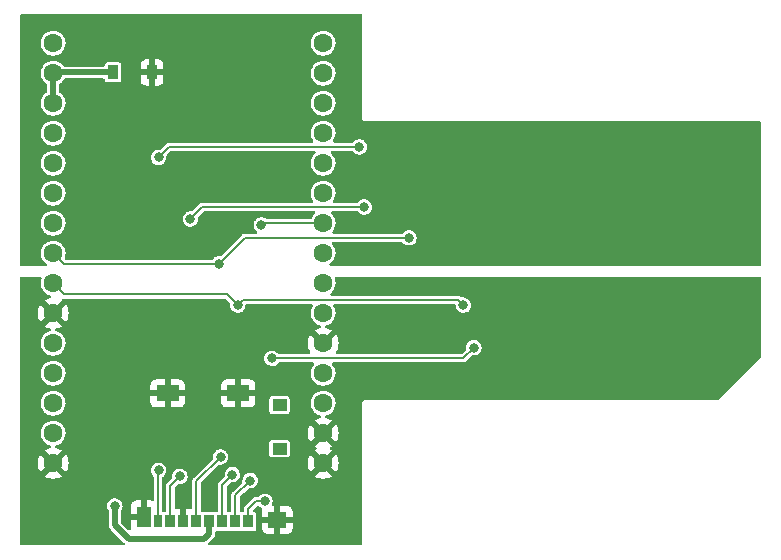
<source format=gbr>
%TF.GenerationSoftware,KiCad,Pcbnew,(6.0.6-0)*%
%TF.CreationDate,2022-08-03T21:57:51-07:00*%
%TF.ProjectId,sd_bt_streamer,73645f62-745f-4737-9472-65616d65722e,rev?*%
%TF.SameCoordinates,Original*%
%TF.FileFunction,Copper,L1,Top*%
%TF.FilePolarity,Positive*%
%FSLAX46Y46*%
G04 Gerber Fmt 4.6, Leading zero omitted, Abs format (unit mm)*
G04 Created by KiCad (PCBNEW (6.0.6-0)) date 2022-08-03 21:57:51*
%MOMM*%
%LPD*%
G01*
G04 APERTURE LIST*
%TA.AperFunction,SMDPad,CuDef*%
%ADD10R,0.850000X1.100000*%
%TD*%
%TA.AperFunction,SMDPad,CuDef*%
%ADD11R,0.750000X1.100000*%
%TD*%
%TA.AperFunction,SMDPad,CuDef*%
%ADD12R,1.200000X1.000000*%
%TD*%
%TA.AperFunction,SMDPad,CuDef*%
%ADD13R,1.900000X1.350000*%
%TD*%
%TA.AperFunction,SMDPad,CuDef*%
%ADD14R,1.170000X1.800000*%
%TD*%
%TA.AperFunction,SMDPad,CuDef*%
%ADD15R,1.550000X1.350000*%
%TD*%
%TA.AperFunction,ComponentPad*%
%ADD16C,1.600000*%
%TD*%
%TA.AperFunction,SMDPad,CuDef*%
%ADD17R,0.900000X1.200000*%
%TD*%
%TA.AperFunction,ViaPad*%
%ADD18C,0.800000*%
%TD*%
%TA.AperFunction,Conductor*%
%ADD19C,0.500000*%
%TD*%
%TA.AperFunction,Conductor*%
%ADD20C,0.200000*%
%TD*%
G04 APERTURE END LIST*
D10*
%TO.P,J1,1,DAT2*%
%TO.N,/DAT2*%
X167105000Y-104200000D03*
%TO.P,J1,2,DAT3/CD*%
%TO.N,/CS*%
X166005000Y-104200000D03*
%TO.P,J1,3,CMD*%
%TO.N,/MOSI*%
X164905000Y-104200000D03*
%TO.P,J1,4,VDD*%
%TO.N,+3.3V*%
X163805000Y-104200000D03*
%TO.P,J1,5,CLK*%
%TO.N,/CLK*%
X162705000Y-104200000D03*
%TO.P,J1,6,VSS*%
%TO.N,GND*%
X161605000Y-104200000D03*
%TO.P,J1,7,DAT0*%
%TO.N,/MISO*%
X160505000Y-104200000D03*
D11*
%TO.P,J1,8,DAT1*%
%TO.N,/DAT1*%
X159455000Y-104200000D03*
D12*
%TO.P,J1,9,DET_B*%
%TO.N,unconnected-(J1-Pad9)*%
X169740000Y-98050000D03*
%TO.P,J1,10,DET_A*%
%TO.N,unconnected-(J1-Pad10)*%
X169740000Y-94350000D03*
D13*
%TO.P,J1,11,SHIELD*%
%TO.N,GND*%
X160270000Y-93375000D03*
X166240000Y-93375000D03*
D14*
X158245000Y-103850000D03*
D15*
X169565000Y-104075000D03*
%TD*%
D16*
%TO.P,U2,1,GND*%
%TO.N,GND*%
X150570000Y-63720000D03*
%TO.P,U2,2,3V3*%
%TO.N,+3.3VP*%
X150570000Y-66260000D03*
%TO.P,U2,3,3V3*%
X150570000Y-68800000D03*
%TO.P,U2,4,RST*%
%TO.N,unconnected-(U2-Pad4)*%
X150570000Y-71340000D03*
%TO.P,U2,5,GND*%
%TO.N,GND*%
X150570000Y-73880000D03*
%TO.P,U2,6,GPIO4*%
%TO.N,unconnected-(U2-Pad6)*%
X150570000Y-76420000D03*
%TO.P,U2,7,GPIO5*%
%TO.N,unconnected-(U2-Pad7)*%
X150570000Y-78960000D03*
%TO.P,U2,8,GPIO6/SCK*%
%TO.N,/CLK*%
X150570000Y-81500000D03*
%TO.P,U2,9,GPIO7/MOSI*%
%TO.N,/MOSI*%
X150570000Y-84040000D03*
%TO.P,U2,10,GND*%
%TO.N,GND*%
X150570000Y-86580000D03*
%TO.P,U2,11,GPIO8*%
%TO.N,unconnected-(U2-Pad11)*%
X150570000Y-89120000D03*
%TO.P,U2,12,GPIO9*%
%TO.N,unconnected-(U2-Pad12)*%
X150570000Y-91660000D03*
%TO.P,U2,13,5V*%
%TO.N,unconnected-(U2-Pad13)*%
X150570000Y-94200000D03*
%TO.P,U2,14,5V*%
%TO.N,unconnected-(U2-Pad14)*%
X150570000Y-96740000D03*
%TO.P,U2,15,GND*%
%TO.N,GND*%
X150570000Y-99280000D03*
%TO.P,U2,16,GND*%
X173430000Y-99280000D03*
%TO.P,U2,17,GND*%
X173430000Y-96740000D03*
%TO.P,U2,18,GPIO19*%
%TO.N,unconnected-(U2-Pad18)*%
X173430000Y-94200000D03*
%TO.P,U2,19,GPIO18*%
%TO.N,unconnected-(U2-Pad19)*%
X173430000Y-91660000D03*
%TO.P,U2,20,GND*%
%TO.N,GND*%
X173430000Y-89120000D03*
%TO.P,U2,21,GPIO21*%
%TO.N,unconnected-(U2-Pad21)*%
X173430000Y-86580000D03*
%TO.P,U2,22,GPIO20*%
%TO.N,unconnected-(U2-Pad22)*%
X173430000Y-84040000D03*
%TO.P,U2,23,GND*%
%TO.N,GND*%
X173430000Y-81500000D03*
%TO.P,U2,24,GPIO10/CS0*%
%TO.N,/CS*%
X173430000Y-78960000D03*
%TO.P,U2,25,GND*%
%TO.N,GND*%
X173430000Y-76420000D03*
%TO.P,U2,26,GPIO3*%
%TO.N,unconnected-(U2-Pad26)*%
X173430000Y-73880000D03*
%TO.P,U2,27,GPIO2/MISO*%
%TO.N,/MISO_ESP32*%
X173430000Y-71340000D03*
%TO.P,U2,28,GPIO1*%
%TO.N,unconnected-(U2-Pad28)*%
X173430000Y-68800000D03*
%TO.P,U2,29,GPIO0*%
%TO.N,unconnected-(U2-Pad29)*%
X173430000Y-66260000D03*
%TO.P,U2,30,GND*%
%TO.N,GND*%
X173430000Y-63720000D03*
%TD*%
D17*
%TO.P,D1,1,K*%
%TO.N,+3.3VP*%
X155650000Y-66200000D03*
%TO.P,D1,2,A*%
%TO.N,+3.3V*%
X158950000Y-66200000D03*
%TD*%
D18*
%TO.N,+3.3V*%
X195000000Y-81750000D03*
X155800000Y-81100000D03*
X155800000Y-102900000D03*
%TO.N,/MISO*%
X161300000Y-100400000D03*
X162200000Y-78600000D03*
X176900000Y-77600000D03*
%TO.N,/CLK*%
X180700000Y-80200000D03*
X164600000Y-82400000D03*
X164750000Y-98750000D03*
%TO.N,/MOSI*%
X185300000Y-85900000D03*
X166200000Y-85900000D03*
X165750000Y-100250000D03*
%TO.N,/CS*%
X169100000Y-90400000D03*
X167250000Y-100750000D03*
X168200000Y-79100000D03*
X186200000Y-89500000D03*
%TO.N,/DAT1*%
X159500000Y-73400000D03*
X159500000Y-99900000D03*
X176500000Y-72500000D03*
%TO.N,/DAT2*%
X168500000Y-102500000D03*
%TD*%
D19*
%TO.N,+3.3VP*%
X155650000Y-66200000D02*
X150630000Y-66200000D01*
X150630000Y-66200000D02*
X150570000Y-66260000D01*
X150570000Y-66260000D02*
X150570000Y-68800000D01*
%TO.N,+3.3V*%
X163805000Y-105250000D02*
X163355000Y-105700000D01*
X163355000Y-105700000D02*
X157000000Y-105700000D01*
X163805000Y-104200000D02*
X163805000Y-105250000D01*
X157000000Y-105700000D02*
X155800000Y-104500000D01*
X155800000Y-104500000D02*
X155800000Y-102900000D01*
D20*
%TO.N,/MISO*%
X160505000Y-104200000D02*
X160505000Y-101195000D01*
X176900000Y-77600000D02*
X163200000Y-77600000D01*
X163200000Y-77600000D02*
X162200000Y-78600000D01*
X160505000Y-101195000D02*
X161300000Y-100400000D01*
%TO.N,/CLK*%
X151470000Y-82400000D02*
X150570000Y-81500000D01*
X162705000Y-100795000D02*
X162705000Y-104200000D01*
X164600000Y-82400000D02*
X151470000Y-82400000D01*
X164600000Y-82400000D02*
X166800000Y-80200000D01*
X164750000Y-98750000D02*
X162705000Y-100795000D01*
X166800000Y-80200000D02*
X180700000Y-80200000D01*
%TO.N,/MOSI*%
X166200000Y-85900000D02*
X165300000Y-85000000D01*
X166655366Y-85444634D02*
X184844634Y-85444634D01*
X184844634Y-85444634D02*
X185300000Y-85900000D01*
X165750000Y-100250000D02*
X164905000Y-101095000D01*
X165300000Y-85000000D02*
X151530000Y-85000000D01*
X166200000Y-85900000D02*
X166655366Y-85444634D01*
X151530000Y-85000000D02*
X150570000Y-84040000D01*
X164905000Y-101095000D02*
X164905000Y-104200000D01*
%TO.N,/CS*%
X167250000Y-100750000D02*
X166005000Y-101995000D01*
X185300000Y-90400000D02*
X169100000Y-90400000D01*
X166005000Y-101995000D02*
X166005000Y-104200000D01*
X168200000Y-79100000D02*
X168340000Y-78960000D01*
X168340000Y-78960000D02*
X173430000Y-78960000D01*
X186200000Y-89500000D02*
X185300000Y-90400000D01*
%TO.N,/DAT1*%
X163200000Y-72500000D02*
X176500000Y-72500000D01*
X159455000Y-99945000D02*
X159500000Y-99900000D01*
X159455000Y-104200000D02*
X159455000Y-99945000D01*
X160400000Y-72500000D02*
X163200000Y-72500000D01*
X159500000Y-73400000D02*
X160400000Y-72500000D01*
%TO.N,/DAT2*%
X167105000Y-103145000D02*
X167750000Y-102500000D01*
X167105000Y-104200000D02*
X167105000Y-103145000D01*
X167750000Y-102500000D02*
X168500000Y-102500000D01*
%TD*%
%TA.AperFunction,Conductor*%
%TO.N,GND*%
G36*
X149535127Y-83520002D02*
G01*
X149581620Y-83573658D01*
X149591724Y-83643932D01*
X149587110Y-83664091D01*
X149537484Y-83820532D01*
X149536798Y-83826649D01*
X149536797Y-83826653D01*
X149515207Y-84019137D01*
X149514520Y-84025262D01*
X149531759Y-84230553D01*
X149588544Y-84428586D01*
X149591359Y-84434063D01*
X149591360Y-84434066D01*
X149612247Y-84474707D01*
X149682712Y-84611818D01*
X149810677Y-84773270D01*
X149967564Y-84906791D01*
X150147398Y-85007297D01*
X150302496Y-85057691D01*
X150361101Y-85097764D01*
X150388738Y-85163161D01*
X150376631Y-85233118D01*
X150328625Y-85285424D01*
X150296170Y-85299231D01*
X150126239Y-85344764D01*
X150115947Y-85348510D01*
X149918489Y-85440586D01*
X149908994Y-85446069D01*
X149856952Y-85482509D01*
X149848576Y-85492988D01*
X149855644Y-85506434D01*
X150557188Y-86207978D01*
X150571132Y-86215592D01*
X150572965Y-86215461D01*
X150579580Y-86211210D01*
X151285077Y-85505713D01*
X151292692Y-85491768D01*
X151291450Y-85474404D01*
X151306542Y-85405030D01*
X151356744Y-85354828D01*
X151426118Y-85339737D01*
X151458882Y-85346535D01*
X151461428Y-85347429D01*
X151468906Y-85350055D01*
X151474044Y-85350500D01*
X151476763Y-85350500D01*
X151478945Y-85350595D01*
X151479480Y-85350755D01*
X151479479Y-85350782D01*
X151479597Y-85350789D01*
X151485464Y-85352544D01*
X151535019Y-85350597D01*
X151539966Y-85350500D01*
X165102628Y-85350500D01*
X165170749Y-85370502D01*
X165191723Y-85387405D01*
X165518585Y-85714267D01*
X165552611Y-85776579D01*
X165554412Y-85819808D01*
X165548378Y-85865644D01*
X165544758Y-85893138D01*
X165562035Y-86049633D01*
X165616143Y-86197490D01*
X165620380Y-86203796D01*
X165620382Y-86203799D01*
X165660709Y-86263811D01*
X165703958Y-86328172D01*
X165820410Y-86434135D01*
X165827085Y-86437759D01*
X165952099Y-86505637D01*
X165952101Y-86505638D01*
X165958776Y-86509262D01*
X165966125Y-86511190D01*
X166103719Y-86547287D01*
X166103721Y-86547287D01*
X166111069Y-86549215D01*
X166194380Y-86550524D01*
X166260898Y-86551569D01*
X166260901Y-86551569D01*
X166268495Y-86551688D01*
X166421968Y-86516538D01*
X166562625Y-86445795D01*
X166652461Y-86369068D01*
X166676574Y-86348474D01*
X166676576Y-86348471D01*
X166682348Y-86343542D01*
X166774224Y-86215683D01*
X166777322Y-86207978D01*
X166830114Y-86076652D01*
X166832950Y-86069598D01*
X166855134Y-85913723D01*
X166855160Y-85911221D01*
X166880141Y-85845167D01*
X166937169Y-85802879D01*
X166980664Y-85795134D01*
X172449838Y-85795134D01*
X172517959Y-85815136D01*
X172564452Y-85868792D01*
X172574556Y-85939066D01*
X172557513Y-85982799D01*
X172559024Y-85983630D01*
X172459776Y-86164162D01*
X172397484Y-86360532D01*
X172396798Y-86366649D01*
X172396797Y-86366653D01*
X172388474Y-86440860D01*
X172374520Y-86565262D01*
X172391759Y-86770553D01*
X172393458Y-86776478D01*
X172442868Y-86948790D01*
X172448544Y-86968586D01*
X172451359Y-86974063D01*
X172451360Y-86974066D01*
X172472247Y-87014707D01*
X172542712Y-87151818D01*
X172670677Y-87313270D01*
X172827564Y-87446791D01*
X173007398Y-87547297D01*
X173162496Y-87597691D01*
X173221101Y-87637764D01*
X173248738Y-87703161D01*
X173236631Y-87773118D01*
X173188625Y-87825424D01*
X173156170Y-87839231D01*
X172986239Y-87884764D01*
X172975947Y-87888510D01*
X172778489Y-87980586D01*
X172768994Y-87986069D01*
X172716952Y-88022509D01*
X172708576Y-88032988D01*
X172715644Y-88046434D01*
X173417188Y-88747978D01*
X173431132Y-88755592D01*
X173432965Y-88755461D01*
X173439580Y-88751210D01*
X174145077Y-88045713D01*
X174151507Y-88033938D01*
X174142211Y-88021923D01*
X174091006Y-87986069D01*
X174081511Y-87980586D01*
X173884053Y-87888510D01*
X173873761Y-87884764D01*
X173701015Y-87838477D01*
X173640392Y-87801525D01*
X173609371Y-87737665D01*
X173617799Y-87667170D01*
X173663002Y-87612423D01*
X173699742Y-87595411D01*
X173805797Y-87565800D01*
X173805796Y-87565800D01*
X173811725Y-87564145D01*
X173817214Y-87561372D01*
X173817220Y-87561370D01*
X173990116Y-87474033D01*
X173995610Y-87471258D01*
X174157951Y-87344424D01*
X174195068Y-87301424D01*
X174288540Y-87193134D01*
X174288540Y-87193133D01*
X174292564Y-87188472D01*
X174313387Y-87151818D01*
X174391276Y-87014707D01*
X174394323Y-87009344D01*
X174459351Y-86813863D01*
X174485171Y-86609474D01*
X174485449Y-86589580D01*
X174485534Y-86583522D01*
X174485534Y-86583518D01*
X174485583Y-86580000D01*
X174465480Y-86374970D01*
X174405935Y-86177749D01*
X174309218Y-85995849D01*
X174305327Y-85991078D01*
X174305182Y-85990860D01*
X174284146Y-85923051D01*
X174303109Y-85854634D01*
X174356051Y-85807330D01*
X174410131Y-85795134D01*
X184521083Y-85795134D01*
X184589204Y-85815136D01*
X184635697Y-85868792D01*
X184646322Y-85907307D01*
X184647612Y-85918994D01*
X184662035Y-86049633D01*
X184716143Y-86197490D01*
X184720380Y-86203796D01*
X184720382Y-86203799D01*
X184760709Y-86263811D01*
X184803958Y-86328172D01*
X184920410Y-86434135D01*
X184927085Y-86437759D01*
X185052099Y-86505637D01*
X185052101Y-86505638D01*
X185058776Y-86509262D01*
X185066125Y-86511190D01*
X185203719Y-86547287D01*
X185203721Y-86547287D01*
X185211069Y-86549215D01*
X185294380Y-86550524D01*
X185360898Y-86551569D01*
X185360901Y-86551569D01*
X185368495Y-86551688D01*
X185521968Y-86516538D01*
X185662625Y-86445795D01*
X185752461Y-86369068D01*
X185776574Y-86348474D01*
X185776576Y-86348471D01*
X185782348Y-86343542D01*
X185874224Y-86215683D01*
X185877322Y-86207978D01*
X185930114Y-86076652D01*
X185932950Y-86069598D01*
X185953033Y-85928489D01*
X185954553Y-85917807D01*
X185954553Y-85917804D01*
X185955134Y-85913723D01*
X185955278Y-85900000D01*
X185936363Y-85743694D01*
X185880710Y-85596412D01*
X185791531Y-85466657D01*
X185702581Y-85387405D01*
X185679648Y-85366972D01*
X185679645Y-85366970D01*
X185673976Y-85361919D01*
X185655498Y-85352135D01*
X185541543Y-85291799D01*
X185541544Y-85291799D01*
X185534831Y-85288245D01*
X185440461Y-85264541D01*
X185389498Y-85251740D01*
X185389496Y-85251740D01*
X185382128Y-85249889D01*
X185374530Y-85249849D01*
X185374528Y-85249849D01*
X185301710Y-85249468D01*
X185224684Y-85249065D01*
X185217339Y-85250828D01*
X185147392Y-85238793D01*
X185111614Y-85211917D01*
X185107459Y-85205482D01*
X185083548Y-85186632D01*
X185079613Y-85183135D01*
X185079525Y-85183239D01*
X185075566Y-85179884D01*
X185071888Y-85176206D01*
X185067663Y-85173187D01*
X185067655Y-85173180D01*
X185057554Y-85165962D01*
X185052807Y-85162398D01*
X185037686Y-85150478D01*
X185015823Y-85133242D01*
X185007847Y-85130441D01*
X185000965Y-85125523D01*
X184955798Y-85112015D01*
X184950192Y-85110193D01*
X184913211Y-85097206D01*
X184913205Y-85097205D01*
X184905728Y-85094579D01*
X184900590Y-85094134D01*
X184897871Y-85094134D01*
X184895689Y-85094039D01*
X184895154Y-85093879D01*
X184895155Y-85093852D01*
X184895037Y-85093845D01*
X184889170Y-85092090D01*
X184839615Y-85094037D01*
X184834668Y-85094134D01*
X174153070Y-85094134D01*
X174084949Y-85074132D01*
X174038456Y-85020476D01*
X174028352Y-84950202D01*
X174057846Y-84885622D01*
X174075497Y-84868845D01*
X174153095Y-84808219D01*
X174153101Y-84808213D01*
X174157951Y-84804424D01*
X174184949Y-84773147D01*
X174288540Y-84653134D01*
X174288540Y-84653133D01*
X174292564Y-84648472D01*
X174313387Y-84611818D01*
X174391276Y-84474707D01*
X174394323Y-84469344D01*
X174459351Y-84273863D01*
X174485171Y-84069474D01*
X174485583Y-84040000D01*
X174465480Y-83834970D01*
X174413383Y-83662418D01*
X174412842Y-83591424D01*
X174450769Y-83531407D01*
X174515124Y-83501423D01*
X174534005Y-83500000D01*
X210400170Y-83500000D01*
X210468291Y-83520002D01*
X210514784Y-83573658D01*
X210526170Y-83625936D01*
X210527637Y-86605949D01*
X210529423Y-90234064D01*
X210509454Y-90302195D01*
X210492518Y-90323221D01*
X206903145Y-93912595D01*
X206840833Y-93946621D01*
X206814050Y-93949500D01*
X177037085Y-93949500D01*
X177012504Y-93947079D01*
X177012172Y-93947013D01*
X177012171Y-93947013D01*
X177000000Y-93944592D01*
X176975326Y-93949500D01*
X176902260Y-93964034D01*
X176891943Y-93970928D01*
X176891942Y-93970928D01*
X176868408Y-93986653D01*
X176819399Y-94019399D01*
X176764034Y-94102260D01*
X176744592Y-94200000D01*
X176747013Y-94212171D01*
X176747013Y-94212172D01*
X176747079Y-94212504D01*
X176749500Y-94237085D01*
X176749500Y-106123500D01*
X176729498Y-106191621D01*
X176675842Y-106238114D01*
X176623500Y-106249500D01*
X163822082Y-106249500D01*
X163753961Y-106229498D01*
X163707468Y-106175842D01*
X163697364Y-106105568D01*
X163727132Y-106040671D01*
X163729232Y-106038263D01*
X163736037Y-106032400D01*
X163740923Y-106024862D01*
X163746819Y-106018103D01*
X163746824Y-106018108D01*
X163755800Y-106007014D01*
X164109280Y-105653534D01*
X164118624Y-105646068D01*
X164118292Y-105645678D01*
X164125128Y-105639860D01*
X164132720Y-105635070D01*
X164167756Y-105595399D01*
X164173102Y-105589712D01*
X164184320Y-105578494D01*
X164187010Y-105574905D01*
X164190450Y-105570316D01*
X164196832Y-105562477D01*
X164221682Y-105534339D01*
X164227623Y-105527612D01*
X164231437Y-105519489D01*
X164233508Y-105516336D01*
X164241327Y-105503324D01*
X164243143Y-105500006D01*
X164248526Y-105492824D01*
X164264858Y-105449259D01*
X164268783Y-105439944D01*
X164288553Y-105397837D01*
X164289935Y-105388964D01*
X164291042Y-105385342D01*
X164294891Y-105370672D01*
X164295702Y-105366983D01*
X164298852Y-105358581D01*
X164299517Y-105349636D01*
X164299519Y-105349626D01*
X164302302Y-105312172D01*
X164303452Y-105302145D01*
X164305500Y-105288991D01*
X164305500Y-105273797D01*
X164305846Y-105264460D01*
X164308811Y-105224557D01*
X164309476Y-105215609D01*
X164307603Y-105206833D01*
X164306992Y-105197876D01*
X164306998Y-105197876D01*
X164305500Y-105183683D01*
X164305500Y-105124153D01*
X164325502Y-105056032D01*
X164379158Y-105009539D01*
X164443852Y-104998760D01*
X164449253Y-104999292D01*
X164455326Y-105000500D01*
X165354674Y-105000500D01*
X165427740Y-104985966D01*
X165428481Y-104989693D01*
X165477382Y-104984440D01*
X165482010Y-104985799D01*
X165482260Y-104985966D01*
X165555326Y-105000500D01*
X166454674Y-105000500D01*
X166527740Y-104985966D01*
X166528481Y-104989693D01*
X166577382Y-104984440D01*
X166582010Y-104985799D01*
X166582260Y-104985966D01*
X166655326Y-105000500D01*
X167554674Y-105000500D01*
X167627740Y-104985966D01*
X167710601Y-104930601D01*
X167765966Y-104847740D01*
X167776523Y-104794669D01*
X168282001Y-104794669D01*
X168282371Y-104801490D01*
X168287895Y-104852352D01*
X168291521Y-104867604D01*
X168336676Y-104988054D01*
X168345214Y-105003649D01*
X168421715Y-105105724D01*
X168434276Y-105118285D01*
X168536351Y-105194786D01*
X168551946Y-105203324D01*
X168672394Y-105248478D01*
X168687649Y-105252105D01*
X168738514Y-105257631D01*
X168745328Y-105258000D01*
X169292885Y-105258000D01*
X169308124Y-105253525D01*
X169309329Y-105252135D01*
X169311000Y-105244452D01*
X169311000Y-105239884D01*
X169819000Y-105239884D01*
X169823475Y-105255123D01*
X169824865Y-105256328D01*
X169832548Y-105257999D01*
X170384669Y-105257999D01*
X170391490Y-105257629D01*
X170442352Y-105252105D01*
X170457604Y-105248479D01*
X170578054Y-105203324D01*
X170593649Y-105194786D01*
X170695724Y-105118285D01*
X170708285Y-105105724D01*
X170784786Y-105003649D01*
X170793324Y-104988054D01*
X170838478Y-104867606D01*
X170842105Y-104852351D01*
X170847631Y-104801486D01*
X170848000Y-104794672D01*
X170848000Y-104347115D01*
X170843525Y-104331876D01*
X170842135Y-104330671D01*
X170834452Y-104329000D01*
X169837115Y-104329000D01*
X169821876Y-104333475D01*
X169820671Y-104334865D01*
X169819000Y-104342548D01*
X169819000Y-105239884D01*
X169311000Y-105239884D01*
X169311000Y-104347115D01*
X169306525Y-104331876D01*
X169305135Y-104330671D01*
X169297452Y-104329000D01*
X168300116Y-104329000D01*
X168284877Y-104333475D01*
X168283672Y-104334865D01*
X168282001Y-104342548D01*
X168282001Y-104794669D01*
X167776523Y-104794669D01*
X167780500Y-104774674D01*
X167780500Y-103625326D01*
X167765966Y-103552260D01*
X167710601Y-103469399D01*
X167627740Y-103414034D01*
X167615570Y-103411613D01*
X167615567Y-103411612D01*
X167611968Y-103410896D01*
X167604856Y-103407175D01*
X167604104Y-103406864D01*
X167604132Y-103406797D01*
X167549060Y-103377987D01*
X167513930Y-103316290D01*
X167517733Y-103245396D01*
X167547459Y-103198223D01*
X167822349Y-102923333D01*
X167884661Y-102889307D01*
X167955476Y-102894372D01*
X168003873Y-102928046D01*
X168003958Y-102928172D01*
X168024294Y-102946676D01*
X168065926Y-102984558D01*
X168120410Y-103034135D01*
X168243569Y-103101005D01*
X168293891Y-103151088D01*
X168309147Y-103220426D01*
X168301429Y-103255965D01*
X168291522Y-103282391D01*
X168287895Y-103297649D01*
X168282369Y-103348514D01*
X168282000Y-103355328D01*
X168282000Y-103802885D01*
X168286475Y-103818124D01*
X168287865Y-103819329D01*
X168295548Y-103821000D01*
X169292885Y-103821000D01*
X169308124Y-103816525D01*
X169309329Y-103815135D01*
X169311000Y-103807452D01*
X169311000Y-103802885D01*
X169819000Y-103802885D01*
X169823475Y-103818124D01*
X169824865Y-103819329D01*
X169832548Y-103821000D01*
X170829884Y-103821000D01*
X170845123Y-103816525D01*
X170846328Y-103815135D01*
X170847999Y-103807452D01*
X170847999Y-103355331D01*
X170847629Y-103348510D01*
X170842105Y-103297648D01*
X170838479Y-103282396D01*
X170793324Y-103161946D01*
X170784786Y-103146351D01*
X170708285Y-103044276D01*
X170695724Y-103031715D01*
X170593649Y-102955214D01*
X170578054Y-102946676D01*
X170457606Y-102901522D01*
X170442351Y-102897895D01*
X170391486Y-102892369D01*
X170384672Y-102892000D01*
X169837115Y-102892000D01*
X169821876Y-102896475D01*
X169820671Y-102897865D01*
X169819000Y-102905548D01*
X169819000Y-103802885D01*
X169311000Y-103802885D01*
X169311000Y-102910116D01*
X169306525Y-102894877D01*
X169305135Y-102893672D01*
X169297452Y-102892001D01*
X169229996Y-102892001D01*
X169161875Y-102871999D01*
X169115382Y-102818343D01*
X169105278Y-102748069D01*
X169113089Y-102719005D01*
X169130114Y-102676655D01*
X169130116Y-102676648D01*
X169132950Y-102669598D01*
X169145114Y-102584131D01*
X169154553Y-102517807D01*
X169154553Y-102517804D01*
X169155134Y-102513723D01*
X169155202Y-102507254D01*
X169155235Y-102504134D01*
X169155235Y-102504128D01*
X169155278Y-102500000D01*
X169136363Y-102343694D01*
X169104436Y-102259202D01*
X169083394Y-102203514D01*
X169083393Y-102203511D01*
X169080710Y-102196412D01*
X168991531Y-102066657D01*
X168919510Y-102002488D01*
X168879648Y-101966972D01*
X168879645Y-101966970D01*
X168873976Y-101961919D01*
X168852342Y-101950464D01*
X168741543Y-101891799D01*
X168741544Y-101891799D01*
X168734831Y-101888245D01*
X168717111Y-101883794D01*
X168589498Y-101851740D01*
X168589496Y-101851740D01*
X168582128Y-101849889D01*
X168574530Y-101849849D01*
X168574528Y-101849849D01*
X168507319Y-101849497D01*
X168424684Y-101849065D01*
X168417305Y-101850837D01*
X168417301Y-101850837D01*
X168278967Y-101884048D01*
X168278963Y-101884049D01*
X168271588Y-101885820D01*
X168260004Y-101891799D01*
X168157938Y-101944479D01*
X168131679Y-101958032D01*
X168125957Y-101963024D01*
X168125955Y-101963025D01*
X168018761Y-102056537D01*
X168013034Y-102061533D01*
X168008664Y-102067750D01*
X168008662Y-102067753D01*
X167988844Y-102095951D01*
X167933310Y-102140183D01*
X167885758Y-102149500D01*
X167800826Y-102149500D01*
X167781727Y-102147467D01*
X167776923Y-102147240D01*
X167766740Y-102145048D01*
X167756398Y-102146272D01*
X167756395Y-102146272D01*
X167736512Y-102148626D01*
X167731253Y-102148936D01*
X167731264Y-102149072D01*
X167726087Y-102149500D01*
X167720885Y-102149500D01*
X167703521Y-102152390D01*
X167697651Y-102153226D01*
X167661201Y-102157540D01*
X167661199Y-102157540D01*
X167650862Y-102158764D01*
X167643242Y-102162423D01*
X167634897Y-102163812D01*
X167593420Y-102186192D01*
X167588135Y-102188884D01*
X167545674Y-102209274D01*
X167541726Y-102212592D01*
X167539793Y-102214525D01*
X167538196Y-102215990D01*
X167537706Y-102216254D01*
X167537687Y-102216234D01*
X167537598Y-102216313D01*
X167532206Y-102219222D01*
X167525136Y-102226870D01*
X167525135Y-102226871D01*
X167498545Y-102255636D01*
X167495116Y-102259202D01*
X166893101Y-102861217D01*
X166878147Y-102873295D01*
X166874595Y-102876527D01*
X166865848Y-102882175D01*
X166850596Y-102901522D01*
X166846998Y-102906086D01*
X166843501Y-102910021D01*
X166843605Y-102910109D01*
X166840250Y-102914068D01*
X166836572Y-102917746D01*
X166833553Y-102921971D01*
X166833546Y-102921979D01*
X166826328Y-102932080D01*
X166822764Y-102936827D01*
X166815000Y-102946676D01*
X166793608Y-102973811D01*
X166790807Y-102981787D01*
X166785889Y-102988669D01*
X166772381Y-103033836D01*
X166770559Y-103039442D01*
X166757572Y-103076423D01*
X166757571Y-103076429D01*
X166754945Y-103083906D01*
X166754500Y-103089044D01*
X166754500Y-103091763D01*
X166754405Y-103093945D01*
X166754245Y-103094480D01*
X166754218Y-103094479D01*
X166754211Y-103094597D01*
X166752456Y-103100464D01*
X166752865Y-103110872D01*
X166754403Y-103150019D01*
X166754500Y-103154966D01*
X166754500Y-103276367D01*
X166734498Y-103344488D01*
X166680842Y-103390981D01*
X166653082Y-103399946D01*
X166582260Y-103414034D01*
X166581519Y-103410307D01*
X166532618Y-103415560D01*
X166527990Y-103414201D01*
X166527740Y-103414034D01*
X166526750Y-103413837D01*
X166456918Y-103399946D01*
X166394008Y-103367038D01*
X166358877Y-103305342D01*
X166355500Y-103276367D01*
X166355500Y-102192373D01*
X166375502Y-102124252D01*
X166392404Y-102103278D01*
X166723703Y-101771979D01*
X167060832Y-101434849D01*
X167123145Y-101400824D01*
X167161067Y-101399343D01*
X167161069Y-101399215D01*
X167163402Y-101399252D01*
X167163408Y-101399252D01*
X167239782Y-101400451D01*
X167310898Y-101401569D01*
X167310901Y-101401569D01*
X167318495Y-101401688D01*
X167471968Y-101366538D01*
X167612625Y-101295795D01*
X167677740Y-101240182D01*
X167726574Y-101198474D01*
X167726576Y-101198471D01*
X167732348Y-101193542D01*
X167824224Y-101065683D01*
X167841057Y-101023811D01*
X167861893Y-100971979D01*
X167882950Y-100919598D01*
X167899617Y-100802488D01*
X167904553Y-100767807D01*
X167904553Y-100767804D01*
X167905134Y-100763723D01*
X167905278Y-100750000D01*
X167886363Y-100593694D01*
X167878158Y-100571979D01*
X167833394Y-100453514D01*
X167833393Y-100453511D01*
X167830710Y-100446412D01*
X167775486Y-100366062D01*
X172708493Y-100366062D01*
X172717789Y-100378077D01*
X172768994Y-100413931D01*
X172778489Y-100419414D01*
X172975947Y-100511490D01*
X172986239Y-100515236D01*
X173196688Y-100571625D01*
X173207481Y-100573528D01*
X173424525Y-100592517D01*
X173435475Y-100592517D01*
X173652519Y-100573528D01*
X173663312Y-100571625D01*
X173873761Y-100515236D01*
X173884053Y-100511490D01*
X174081511Y-100419414D01*
X174091006Y-100413931D01*
X174143048Y-100377491D01*
X174151424Y-100367012D01*
X174144356Y-100353566D01*
X173442812Y-99652022D01*
X173428868Y-99644408D01*
X173427035Y-99644539D01*
X173420420Y-99648790D01*
X172714923Y-100354287D01*
X172708493Y-100366062D01*
X167775486Y-100366062D01*
X167741531Y-100316657D01*
X167668102Y-100251234D01*
X167629648Y-100216972D01*
X167629645Y-100216970D01*
X167623976Y-100211919D01*
X167484831Y-100138245D01*
X167468122Y-100134048D01*
X167339498Y-100101740D01*
X167339496Y-100101740D01*
X167332128Y-100099889D01*
X167324530Y-100099849D01*
X167324528Y-100099849D01*
X167257319Y-100099497D01*
X167174684Y-100099065D01*
X167167305Y-100100837D01*
X167167301Y-100100837D01*
X167028967Y-100134048D01*
X167028963Y-100134049D01*
X167021588Y-100135820D01*
X166881679Y-100208032D01*
X166875957Y-100213024D01*
X166875955Y-100213025D01*
X166768759Y-100306538D01*
X166768756Y-100306541D01*
X166763034Y-100311533D01*
X166740538Y-100343542D01*
X166682127Y-100426652D01*
X166672501Y-100440348D01*
X166615309Y-100587039D01*
X166614318Y-100594568D01*
X166596959Y-100726423D01*
X166594758Y-100743138D01*
X166600948Y-100799208D01*
X166604665Y-100832876D01*
X166592259Y-100902780D01*
X166568521Y-100935797D01*
X165793101Y-101711217D01*
X165778147Y-101723295D01*
X165774595Y-101726527D01*
X165765848Y-101732175D01*
X165759402Y-101740352D01*
X165746998Y-101756086D01*
X165743501Y-101760021D01*
X165743605Y-101760109D01*
X165740250Y-101764068D01*
X165736572Y-101767746D01*
X165733553Y-101771971D01*
X165733546Y-101771979D01*
X165726328Y-101782080D01*
X165722764Y-101786827D01*
X165693608Y-101823811D01*
X165690807Y-101831787D01*
X165685889Y-101838669D01*
X165672381Y-101883836D01*
X165670559Y-101889442D01*
X165657572Y-101926423D01*
X165657571Y-101926429D01*
X165654945Y-101933906D01*
X165654500Y-101939044D01*
X165654500Y-101941763D01*
X165654405Y-101943945D01*
X165654245Y-101944480D01*
X165654218Y-101944479D01*
X165654211Y-101944597D01*
X165652456Y-101950464D01*
X165652865Y-101960872D01*
X165654403Y-102000019D01*
X165654500Y-102004966D01*
X165654500Y-103276367D01*
X165634498Y-103344488D01*
X165580842Y-103390981D01*
X165553082Y-103399946D01*
X165482260Y-103414034D01*
X165481519Y-103410307D01*
X165432618Y-103415560D01*
X165427990Y-103414201D01*
X165427740Y-103414034D01*
X165426750Y-103413837D01*
X165356918Y-103399946D01*
X165294008Y-103367038D01*
X165258877Y-103305342D01*
X165255500Y-103276367D01*
X165255500Y-101292372D01*
X165275502Y-101224251D01*
X165292405Y-101203277D01*
X165560833Y-100934849D01*
X165623145Y-100900823D01*
X165661067Y-100899343D01*
X165661069Y-100899215D01*
X165663400Y-100899252D01*
X165663407Y-100899252D01*
X165739782Y-100900452D01*
X165810898Y-100901569D01*
X165810901Y-100901569D01*
X165818495Y-100901688D01*
X165971968Y-100866538D01*
X166112625Y-100795795D01*
X166172700Y-100744486D01*
X166226574Y-100698474D01*
X166226576Y-100698471D01*
X166232348Y-100693542D01*
X166324224Y-100565683D01*
X166382950Y-100419598D01*
X166397445Y-100317747D01*
X166404553Y-100267807D01*
X166404553Y-100267804D01*
X166405134Y-100263723D01*
X166405278Y-100250000D01*
X166386363Y-100093694D01*
X166349099Y-99995077D01*
X166333394Y-99953514D01*
X166333393Y-99953511D01*
X166330710Y-99946412D01*
X166241531Y-99816657D01*
X166168102Y-99751234D01*
X166129648Y-99716972D01*
X166129645Y-99716970D01*
X166123976Y-99711919D01*
X165984831Y-99638245D01*
X165968122Y-99634048D01*
X165839498Y-99601740D01*
X165839496Y-99601740D01*
X165832128Y-99599889D01*
X165824530Y-99599849D01*
X165824528Y-99599849D01*
X165757319Y-99599497D01*
X165674684Y-99599065D01*
X165667305Y-99600837D01*
X165667301Y-99600837D01*
X165528967Y-99634048D01*
X165528963Y-99634049D01*
X165521588Y-99635820D01*
X165381679Y-99708032D01*
X165375957Y-99713024D01*
X165375955Y-99713025D01*
X165268759Y-99806538D01*
X165268756Y-99806541D01*
X165263034Y-99811533D01*
X165258667Y-99817747D01*
X165178712Y-99931511D01*
X165172501Y-99940348D01*
X165115309Y-100087039D01*
X165113440Y-100101234D01*
X165096493Y-100229963D01*
X165094758Y-100243138D01*
X165104146Y-100328172D01*
X165104665Y-100332876D01*
X165092259Y-100402780D01*
X165068521Y-100435797D01*
X164693101Y-100811217D01*
X164678147Y-100823295D01*
X164674595Y-100826527D01*
X164665848Y-100832175D01*
X164659402Y-100840352D01*
X164646998Y-100856086D01*
X164643501Y-100860021D01*
X164643605Y-100860109D01*
X164640250Y-100864068D01*
X164636572Y-100867746D01*
X164633553Y-100871971D01*
X164633546Y-100871979D01*
X164626328Y-100882080D01*
X164622764Y-100886827D01*
X164593608Y-100923811D01*
X164590807Y-100931787D01*
X164585889Y-100938669D01*
X164572381Y-100983836D01*
X164570559Y-100989442D01*
X164557572Y-101026423D01*
X164557571Y-101026429D01*
X164554945Y-101033906D01*
X164554500Y-101039044D01*
X164554500Y-101041763D01*
X164554405Y-101043945D01*
X164554245Y-101044480D01*
X164554218Y-101044479D01*
X164554211Y-101044597D01*
X164552456Y-101050464D01*
X164552865Y-101060872D01*
X164554403Y-101100019D01*
X164554500Y-101104966D01*
X164554500Y-103276367D01*
X164534498Y-103344488D01*
X164480842Y-103390981D01*
X164453082Y-103399946D01*
X164382260Y-103414034D01*
X164381519Y-103410307D01*
X164332618Y-103415560D01*
X164327990Y-103414201D01*
X164327740Y-103414034D01*
X164254674Y-103399500D01*
X163355326Y-103399500D01*
X163282260Y-103414034D01*
X163281519Y-103410307D01*
X163232618Y-103415560D01*
X163227990Y-103414201D01*
X163227740Y-103414034D01*
X163226750Y-103413837D01*
X163156918Y-103399946D01*
X163094008Y-103367038D01*
X163058877Y-103305342D01*
X163055500Y-103276367D01*
X163055500Y-100992372D01*
X163075502Y-100924251D01*
X163092405Y-100903277D01*
X164560833Y-99434849D01*
X164623145Y-99400823D01*
X164661067Y-99399343D01*
X164661069Y-99399215D01*
X164663400Y-99399252D01*
X164663407Y-99399252D01*
X164739782Y-99400452D01*
X164810898Y-99401569D01*
X164810901Y-99401569D01*
X164818495Y-99401688D01*
X164971968Y-99366538D01*
X165112625Y-99295795D01*
X165124708Y-99285475D01*
X172117483Y-99285475D01*
X172136472Y-99502519D01*
X172138375Y-99513312D01*
X172194764Y-99723761D01*
X172198510Y-99734053D01*
X172290586Y-99931511D01*
X172296069Y-99941006D01*
X172332509Y-99993048D01*
X172342988Y-100001424D01*
X172356434Y-99994356D01*
X173057978Y-99292812D01*
X173064356Y-99281132D01*
X173794408Y-99281132D01*
X173794539Y-99282965D01*
X173798790Y-99289580D01*
X174504287Y-99995077D01*
X174516062Y-100001507D01*
X174528077Y-99992211D01*
X174563931Y-99941006D01*
X174569414Y-99931511D01*
X174661490Y-99734053D01*
X174665236Y-99723761D01*
X174721625Y-99513312D01*
X174723528Y-99502519D01*
X174742517Y-99285475D01*
X174742517Y-99274525D01*
X174723528Y-99057481D01*
X174721625Y-99046688D01*
X174665236Y-98836239D01*
X174661490Y-98825947D01*
X174569414Y-98628489D01*
X174563931Y-98618994D01*
X174527491Y-98566952D01*
X174517012Y-98558576D01*
X174503566Y-98565644D01*
X173802022Y-99267188D01*
X173794408Y-99281132D01*
X173064356Y-99281132D01*
X173065592Y-99278868D01*
X173065461Y-99277035D01*
X173061210Y-99270420D01*
X172355713Y-98564923D01*
X172343938Y-98558493D01*
X172331923Y-98567789D01*
X172296069Y-98618994D01*
X172290586Y-98628489D01*
X172198510Y-98825947D01*
X172194764Y-98836239D01*
X172138375Y-99046688D01*
X172136472Y-99057481D01*
X172117483Y-99274525D01*
X172117483Y-99285475D01*
X165124708Y-99285475D01*
X165167339Y-99249065D01*
X165226574Y-99198474D01*
X165226576Y-99198471D01*
X165232348Y-99193542D01*
X165324224Y-99065683D01*
X165382950Y-98919598D01*
X165401624Y-98788387D01*
X165404553Y-98767807D01*
X165404553Y-98767804D01*
X165405134Y-98763723D01*
X165405278Y-98750000D01*
X165403765Y-98737493D01*
X165391430Y-98635569D01*
X165386363Y-98593694D01*
X165379176Y-98574674D01*
X168889500Y-98574674D01*
X168904034Y-98647740D01*
X168959399Y-98730601D01*
X169042260Y-98785966D01*
X169115326Y-98800500D01*
X170364674Y-98800500D01*
X170437740Y-98785966D01*
X170520601Y-98730601D01*
X170575966Y-98647740D01*
X170590500Y-98574674D01*
X170590500Y-97826062D01*
X172708493Y-97826062D01*
X172717789Y-97838077D01*
X172768994Y-97873931D01*
X172778489Y-97879414D01*
X172813641Y-97895805D01*
X172866926Y-97942722D01*
X172886387Y-98010999D01*
X172865845Y-98078959D01*
X172813641Y-98124195D01*
X172778489Y-98140586D01*
X172768994Y-98146069D01*
X172716952Y-98182509D01*
X172708576Y-98192988D01*
X172715644Y-98206434D01*
X173417188Y-98907978D01*
X173431132Y-98915592D01*
X173432965Y-98915461D01*
X173439580Y-98911210D01*
X174145077Y-98205713D01*
X174151507Y-98193938D01*
X174142211Y-98181923D01*
X174091006Y-98146069D01*
X174081511Y-98140586D01*
X174046359Y-98124195D01*
X173993074Y-98077278D01*
X173973613Y-98009001D01*
X173994155Y-97941041D01*
X174046359Y-97895805D01*
X174081511Y-97879414D01*
X174091006Y-97873931D01*
X174143048Y-97837491D01*
X174151424Y-97827012D01*
X174144356Y-97813566D01*
X173442812Y-97112022D01*
X173428868Y-97104408D01*
X173427035Y-97104539D01*
X173420420Y-97108790D01*
X172714923Y-97814287D01*
X172708493Y-97826062D01*
X170590500Y-97826062D01*
X170590500Y-97525326D01*
X170575966Y-97452260D01*
X170520601Y-97369399D01*
X170437740Y-97314034D01*
X170364674Y-97299500D01*
X169115326Y-97299500D01*
X169042260Y-97314034D01*
X168959399Y-97369399D01*
X168904034Y-97452260D01*
X168889500Y-97525326D01*
X168889500Y-98574674D01*
X165379176Y-98574674D01*
X165330710Y-98446412D01*
X165241531Y-98316657D01*
X165194971Y-98275174D01*
X165129648Y-98216972D01*
X165129645Y-98216970D01*
X165123976Y-98211919D01*
X164984831Y-98138245D01*
X164968122Y-98134048D01*
X164839498Y-98101740D01*
X164839496Y-98101740D01*
X164832128Y-98099889D01*
X164824530Y-98099849D01*
X164824528Y-98099849D01*
X164757319Y-98099497D01*
X164674684Y-98099065D01*
X164667305Y-98100837D01*
X164667301Y-98100837D01*
X164528967Y-98134048D01*
X164528963Y-98134049D01*
X164521588Y-98135820D01*
X164381679Y-98208032D01*
X164375957Y-98213024D01*
X164375955Y-98213025D01*
X164268759Y-98306538D01*
X164268756Y-98306541D01*
X164263034Y-98311533D01*
X164172501Y-98440348D01*
X164115309Y-98587039D01*
X164114318Y-98594568D01*
X164096409Y-98730601D01*
X164094758Y-98743138D01*
X164101091Y-98800500D01*
X164104665Y-98832876D01*
X164092259Y-98902780D01*
X164068521Y-98935797D01*
X162493101Y-100511217D01*
X162478147Y-100523295D01*
X162474595Y-100526527D01*
X162465848Y-100532175D01*
X162459402Y-100540352D01*
X162446998Y-100556086D01*
X162443501Y-100560021D01*
X162443605Y-100560109D01*
X162440250Y-100564068D01*
X162436572Y-100567746D01*
X162433553Y-100571971D01*
X162433546Y-100571979D01*
X162426328Y-100582080D01*
X162422764Y-100586827D01*
X162417351Y-100593694D01*
X162393608Y-100623811D01*
X162390807Y-100631787D01*
X162385889Y-100638669D01*
X162372381Y-100683836D01*
X162370559Y-100689442D01*
X162357572Y-100726423D01*
X162357571Y-100726429D01*
X162354945Y-100733906D01*
X162354500Y-100739044D01*
X162354500Y-100741763D01*
X162354405Y-100743945D01*
X162354245Y-100744480D01*
X162354218Y-100744479D01*
X162354211Y-100744597D01*
X162352456Y-100750464D01*
X162352865Y-100760872D01*
X162354403Y-100800019D01*
X162354500Y-100804966D01*
X162354500Y-103047285D01*
X162334498Y-103115406D01*
X162280842Y-103161899D01*
X162210568Y-103172003D01*
X162184269Y-103165267D01*
X162147602Y-103151521D01*
X162132351Y-103147895D01*
X162081486Y-103142369D01*
X162074672Y-103142000D01*
X161877115Y-103142000D01*
X161861876Y-103146475D01*
X161860671Y-103147865D01*
X161859000Y-103155548D01*
X161859000Y-104328000D01*
X161838998Y-104396121D01*
X161785342Y-104442614D01*
X161733000Y-104454000D01*
X161477000Y-104454000D01*
X161408879Y-104433998D01*
X161362386Y-104380342D01*
X161351000Y-104328000D01*
X161351000Y-103160116D01*
X161346525Y-103144877D01*
X161345135Y-103143672D01*
X161337452Y-103142001D01*
X161135331Y-103142001D01*
X161128510Y-103142371D01*
X161077648Y-103147895D01*
X161062400Y-103151520D01*
X161025731Y-103165267D01*
X160954924Y-103170450D01*
X160892554Y-103136530D01*
X160858425Y-103074275D01*
X160855500Y-103047285D01*
X160855500Y-101392373D01*
X160875502Y-101324252D01*
X160892404Y-101303278D01*
X160997208Y-101198474D01*
X161110832Y-101084849D01*
X161173144Y-101050824D01*
X161211067Y-101049343D01*
X161211069Y-101049215D01*
X161213402Y-101049252D01*
X161213408Y-101049252D01*
X161289782Y-101050452D01*
X161360898Y-101051569D01*
X161360901Y-101051569D01*
X161368495Y-101051688D01*
X161521968Y-101016538D01*
X161662625Y-100945795D01*
X161714407Y-100901569D01*
X161776574Y-100848474D01*
X161776576Y-100848471D01*
X161782348Y-100843542D01*
X161874224Y-100715683D01*
X161932950Y-100569598D01*
X161950570Y-100445795D01*
X161954553Y-100417807D01*
X161954553Y-100417804D01*
X161955134Y-100413723D01*
X161955278Y-100400000D01*
X161936363Y-100243694D01*
X161931175Y-100229963D01*
X161883394Y-100103514D01*
X161883393Y-100103511D01*
X161880710Y-100096412D01*
X161791531Y-99966657D01*
X161721357Y-99904134D01*
X161679648Y-99866972D01*
X161679645Y-99866970D01*
X161673976Y-99861919D01*
X161534831Y-99788245D01*
X161518122Y-99784048D01*
X161389498Y-99751740D01*
X161389496Y-99751740D01*
X161382128Y-99749889D01*
X161374530Y-99749849D01*
X161374528Y-99749849D01*
X161307319Y-99749497D01*
X161224684Y-99749065D01*
X161217305Y-99750837D01*
X161217301Y-99750837D01*
X161078967Y-99784048D01*
X161078963Y-99784049D01*
X161071588Y-99785820D01*
X160931679Y-99858032D01*
X160925957Y-99863024D01*
X160925955Y-99863025D01*
X160818759Y-99956538D01*
X160818756Y-99956541D01*
X160813034Y-99961533D01*
X160808667Y-99967747D01*
X160729800Y-100079963D01*
X160722501Y-100090348D01*
X160665309Y-100237039D01*
X160662339Y-100259598D01*
X160646741Y-100378077D01*
X160644758Y-100393138D01*
X160654665Y-100482876D01*
X160642259Y-100552780D01*
X160618521Y-100585797D01*
X160293101Y-100911217D01*
X160278147Y-100923295D01*
X160274595Y-100926527D01*
X160265848Y-100932175D01*
X160258863Y-100941036D01*
X160246998Y-100956086D01*
X160243501Y-100960021D01*
X160243605Y-100960109D01*
X160240250Y-100964068D01*
X160236572Y-100967746D01*
X160233553Y-100971971D01*
X160233546Y-100971979D01*
X160226328Y-100982080D01*
X160222764Y-100986827D01*
X160193608Y-101023811D01*
X160190807Y-101031787D01*
X160185889Y-101038669D01*
X160172381Y-101083836D01*
X160170559Y-101089442D01*
X160157572Y-101126423D01*
X160157571Y-101126429D01*
X160154945Y-101133906D01*
X160154500Y-101139044D01*
X160154500Y-101141763D01*
X160154405Y-101143945D01*
X160154245Y-101144480D01*
X160154218Y-101144479D01*
X160154211Y-101144597D01*
X160152456Y-101150464D01*
X160152865Y-101160872D01*
X160154403Y-101200019D01*
X160154500Y-101204966D01*
X160154500Y-103276367D01*
X160134498Y-103344488D01*
X160080842Y-103390981D01*
X160053082Y-103399946D01*
X159982260Y-103414034D01*
X159981519Y-103410307D01*
X159932618Y-103415560D01*
X159927991Y-103414202D01*
X159927740Y-103414034D01*
X159906917Y-103409892D01*
X159844008Y-103376984D01*
X159808877Y-103315288D01*
X159805500Y-103286313D01*
X159805500Y-100550214D01*
X159825502Y-100482093D01*
X159859902Y-100447164D01*
X159862625Y-100445795D01*
X159921054Y-100395892D01*
X159976574Y-100348474D01*
X159976576Y-100348471D01*
X159982348Y-100343542D01*
X160074224Y-100215683D01*
X160132950Y-100069598D01*
X160142641Y-100001507D01*
X160154553Y-99917807D01*
X160154553Y-99917804D01*
X160155134Y-99913723D01*
X160155278Y-99900000D01*
X160136363Y-99743694D01*
X160098846Y-99644408D01*
X160083394Y-99603514D01*
X160083393Y-99603511D01*
X160080710Y-99596412D01*
X159991531Y-99466657D01*
X159881063Y-99368233D01*
X159879648Y-99366972D01*
X159879645Y-99366970D01*
X159873976Y-99361919D01*
X159734831Y-99288245D01*
X159718122Y-99284048D01*
X159589498Y-99251740D01*
X159589496Y-99251740D01*
X159582128Y-99249889D01*
X159574530Y-99249849D01*
X159574528Y-99249849D01*
X159507319Y-99249497D01*
X159424684Y-99249065D01*
X159417305Y-99250837D01*
X159417301Y-99250837D01*
X159278967Y-99284048D01*
X159278963Y-99284049D01*
X159271588Y-99285820D01*
X159131679Y-99358032D01*
X159125957Y-99363024D01*
X159125955Y-99363025D01*
X159018759Y-99456538D01*
X159018756Y-99456541D01*
X159013034Y-99461533D01*
X158922501Y-99590348D01*
X158865309Y-99737039D01*
X158863440Y-99751234D01*
X158848203Y-99866972D01*
X158844758Y-99893138D01*
X158862035Y-100049633D01*
X158916143Y-100197490D01*
X158920380Y-100203796D01*
X158920382Y-100203799D01*
X158942418Y-100236591D01*
X159003958Y-100328172D01*
X159009576Y-100333284D01*
X159063299Y-100382168D01*
X159100222Y-100442809D01*
X159104500Y-100475362D01*
X159104500Y-102329354D01*
X159084498Y-102397475D01*
X159030842Y-102443968D01*
X158960568Y-102454072D01*
X158949355Y-102451937D01*
X158932354Y-102447895D01*
X158881486Y-102442369D01*
X158874672Y-102442000D01*
X158517115Y-102442000D01*
X158501876Y-102446475D01*
X158500671Y-102447865D01*
X158499000Y-102455548D01*
X158499000Y-103978000D01*
X158478998Y-104046121D01*
X158425342Y-104092614D01*
X158373000Y-104104000D01*
X157170116Y-104104000D01*
X157154877Y-104108475D01*
X157153672Y-104109865D01*
X157152001Y-104117548D01*
X157152001Y-104794669D01*
X157152370Y-104801486D01*
X157155540Y-104830666D01*
X157143011Y-104900549D01*
X157094690Y-104952564D01*
X157025918Y-104970198D01*
X156958530Y-104947851D01*
X156941182Y-104933368D01*
X156337405Y-104329591D01*
X156303379Y-104267279D01*
X156300500Y-104240496D01*
X156300500Y-103577885D01*
X157152000Y-103577885D01*
X157156475Y-103593124D01*
X157157865Y-103594329D01*
X157165548Y-103596000D01*
X157972885Y-103596000D01*
X157988124Y-103591525D01*
X157989329Y-103590135D01*
X157991000Y-103582452D01*
X157991000Y-102460116D01*
X157986525Y-102444877D01*
X157985135Y-102443672D01*
X157977452Y-102442001D01*
X157615331Y-102442001D01*
X157608510Y-102442371D01*
X157557648Y-102447895D01*
X157542396Y-102451521D01*
X157421946Y-102496676D01*
X157406351Y-102505214D01*
X157304276Y-102581715D01*
X157291715Y-102594276D01*
X157215214Y-102696351D01*
X157206676Y-102711946D01*
X157161522Y-102832394D01*
X157157895Y-102847649D01*
X157152369Y-102898514D01*
X157152000Y-102905328D01*
X157152000Y-103577885D01*
X156300500Y-103577885D01*
X156300500Y-103358857D01*
X156324177Y-103285331D01*
X156332959Y-103273110D01*
X156374224Y-103215683D01*
X156432950Y-103069598D01*
X156452179Y-102934487D01*
X156454553Y-102917807D01*
X156454553Y-102917804D01*
X156455134Y-102913723D01*
X156455278Y-102900000D01*
X156454111Y-102890352D01*
X156445396Y-102818343D01*
X156436363Y-102743694D01*
X156427034Y-102719005D01*
X156383394Y-102603514D01*
X156383393Y-102603511D01*
X156380710Y-102596412D01*
X156291531Y-102466657D01*
X156213883Y-102397475D01*
X156179648Y-102366972D01*
X156179645Y-102366970D01*
X156173976Y-102361919D01*
X156034831Y-102288245D01*
X156018122Y-102284048D01*
X155889498Y-102251740D01*
X155889496Y-102251740D01*
X155882128Y-102249889D01*
X155874530Y-102249849D01*
X155874528Y-102249849D01*
X155807319Y-102249497D01*
X155724684Y-102249065D01*
X155717305Y-102250837D01*
X155717301Y-102250837D01*
X155578967Y-102284048D01*
X155578963Y-102284049D01*
X155571588Y-102285820D01*
X155564843Y-102289301D01*
X155564844Y-102289301D01*
X155459459Y-102343694D01*
X155431679Y-102358032D01*
X155425957Y-102363024D01*
X155425955Y-102363025D01*
X155318759Y-102456538D01*
X155318756Y-102456541D01*
X155313034Y-102461533D01*
X155222501Y-102590348D01*
X155165309Y-102737039D01*
X155164318Y-102744568D01*
X155147712Y-102870703D01*
X155144758Y-102893138D01*
X155162035Y-103049633D01*
X155216143Y-103197490D01*
X155220380Y-103203796D01*
X155220382Y-103203799D01*
X155278081Y-103289663D01*
X155299500Y-103359939D01*
X155299500Y-104429819D01*
X155298172Y-104441704D01*
X155298682Y-104441745D01*
X155297962Y-104450691D01*
X155295981Y-104459447D01*
X155296537Y-104468407D01*
X155299258Y-104512264D01*
X155299500Y-104520067D01*
X155299500Y-104535940D01*
X155300135Y-104540374D01*
X155300948Y-104546050D01*
X155301978Y-104556106D01*
X155304859Y-104602538D01*
X155307907Y-104610982D01*
X155308676Y-104614694D01*
X155312343Y-104629399D01*
X155313404Y-104633027D01*
X155314677Y-104641918D01*
X155333939Y-104684282D01*
X155337746Y-104693637D01*
X155350491Y-104728943D01*
X155350493Y-104728947D01*
X155353540Y-104737387D01*
X155358835Y-104744635D01*
X155360611Y-104747975D01*
X155368274Y-104761089D01*
X155370303Y-104764261D01*
X155374016Y-104772428D01*
X155379871Y-104779223D01*
X155379873Y-104779226D01*
X155404387Y-104807675D01*
X155410675Y-104815595D01*
X155418522Y-104826336D01*
X155429265Y-104837079D01*
X155435623Y-104843925D01*
X155467600Y-104881037D01*
X155475134Y-104885920D01*
X155481896Y-104891819D01*
X155481892Y-104891824D01*
X155492986Y-104900800D01*
X156596466Y-106004280D01*
X156603932Y-106013624D01*
X156604322Y-106013292D01*
X156610140Y-106020128D01*
X156614930Y-106027720D01*
X156621659Y-106033663D01*
X156627477Y-106040499D01*
X156624983Y-106042622D01*
X156654264Y-106089144D01*
X156653594Y-106160138D01*
X156614648Y-106219499D01*
X156549792Y-106248381D01*
X156533038Y-106249500D01*
X147876500Y-106249500D01*
X147808379Y-106229498D01*
X147761886Y-106175842D01*
X147750500Y-106123500D01*
X147750500Y-100366062D01*
X149848493Y-100366062D01*
X149857789Y-100378077D01*
X149908994Y-100413931D01*
X149918489Y-100419414D01*
X150115947Y-100511490D01*
X150126239Y-100515236D01*
X150336688Y-100571625D01*
X150347481Y-100573528D01*
X150564525Y-100592517D01*
X150575475Y-100592517D01*
X150792519Y-100573528D01*
X150803312Y-100571625D01*
X151013761Y-100515236D01*
X151024053Y-100511490D01*
X151221511Y-100419414D01*
X151231006Y-100413931D01*
X151283048Y-100377491D01*
X151291424Y-100367012D01*
X151284356Y-100353566D01*
X150582812Y-99652022D01*
X150568868Y-99644408D01*
X150567035Y-99644539D01*
X150560420Y-99648790D01*
X149854923Y-100354287D01*
X149848493Y-100366062D01*
X147750500Y-100366062D01*
X147750500Y-99285475D01*
X149257483Y-99285475D01*
X149276472Y-99502519D01*
X149278375Y-99513312D01*
X149334764Y-99723761D01*
X149338510Y-99734053D01*
X149430586Y-99931511D01*
X149436069Y-99941006D01*
X149472509Y-99993048D01*
X149482988Y-100001424D01*
X149496434Y-99994356D01*
X150197978Y-99292812D01*
X150204356Y-99281132D01*
X150934408Y-99281132D01*
X150934539Y-99282965D01*
X150938790Y-99289580D01*
X151644287Y-99995077D01*
X151656062Y-100001507D01*
X151668077Y-99992211D01*
X151703931Y-99941006D01*
X151709414Y-99931511D01*
X151801490Y-99734053D01*
X151805236Y-99723761D01*
X151861625Y-99513312D01*
X151863528Y-99502519D01*
X151882517Y-99285475D01*
X151882517Y-99274525D01*
X151863528Y-99057481D01*
X151861625Y-99046688D01*
X151805236Y-98836239D01*
X151801490Y-98825947D01*
X151709414Y-98628489D01*
X151703931Y-98618994D01*
X151667491Y-98566952D01*
X151657012Y-98558576D01*
X151643566Y-98565644D01*
X150942022Y-99267188D01*
X150934408Y-99281132D01*
X150204356Y-99281132D01*
X150205592Y-99278868D01*
X150205461Y-99277035D01*
X150201210Y-99270420D01*
X149495713Y-98564923D01*
X149483938Y-98558493D01*
X149471923Y-98567789D01*
X149436069Y-98618994D01*
X149430586Y-98628489D01*
X149338510Y-98825947D01*
X149334764Y-98836239D01*
X149278375Y-99046688D01*
X149276472Y-99057481D01*
X149257483Y-99274525D01*
X149257483Y-99285475D01*
X147750500Y-99285475D01*
X147750500Y-96725262D01*
X149514520Y-96725262D01*
X149531759Y-96930553D01*
X149533458Y-96936478D01*
X149582868Y-97108790D01*
X149588544Y-97128586D01*
X149591359Y-97134063D01*
X149591360Y-97134066D01*
X149612247Y-97174707D01*
X149682712Y-97311818D01*
X149810677Y-97473270D01*
X149967564Y-97606791D01*
X150147398Y-97707297D01*
X150302496Y-97757691D01*
X150361101Y-97797764D01*
X150388738Y-97863161D01*
X150376631Y-97933118D01*
X150328625Y-97985424D01*
X150296170Y-97999231D01*
X150126239Y-98044764D01*
X150115947Y-98048510D01*
X149918489Y-98140586D01*
X149908994Y-98146069D01*
X149856952Y-98182509D01*
X149848576Y-98192988D01*
X149855644Y-98206434D01*
X150557188Y-98907978D01*
X150571132Y-98915592D01*
X150572965Y-98915461D01*
X150579580Y-98911210D01*
X151285077Y-98205713D01*
X151291507Y-98193938D01*
X151282211Y-98181923D01*
X151231006Y-98146069D01*
X151221511Y-98140586D01*
X151024053Y-98048510D01*
X151013761Y-98044764D01*
X150841015Y-97998477D01*
X150780392Y-97961525D01*
X150749371Y-97897665D01*
X150757799Y-97827170D01*
X150803002Y-97772423D01*
X150839742Y-97755411D01*
X150945797Y-97725800D01*
X150945796Y-97725800D01*
X150951725Y-97724145D01*
X150957214Y-97721372D01*
X150957220Y-97721370D01*
X151130116Y-97634033D01*
X151135610Y-97631258D01*
X151297951Y-97504424D01*
X151335068Y-97461424D01*
X151428540Y-97353134D01*
X151428540Y-97353133D01*
X151432564Y-97348472D01*
X151453387Y-97311818D01*
X151531276Y-97174707D01*
X151534323Y-97169344D01*
X151599351Y-96973863D01*
X151625171Y-96769474D01*
X151625449Y-96749580D01*
X151625507Y-96745475D01*
X172117483Y-96745475D01*
X172136472Y-96962519D01*
X172138375Y-96973312D01*
X172194764Y-97183761D01*
X172198510Y-97194053D01*
X172290586Y-97391511D01*
X172296069Y-97401006D01*
X172332509Y-97453048D01*
X172342988Y-97461424D01*
X172356434Y-97454356D01*
X173057978Y-96752812D01*
X173064356Y-96741132D01*
X173794408Y-96741132D01*
X173794539Y-96742965D01*
X173798790Y-96749580D01*
X174504287Y-97455077D01*
X174516062Y-97461507D01*
X174528077Y-97452211D01*
X174563931Y-97401006D01*
X174569414Y-97391511D01*
X174661490Y-97194053D01*
X174665236Y-97183761D01*
X174721625Y-96973312D01*
X174723528Y-96962519D01*
X174742517Y-96745475D01*
X174742517Y-96734525D01*
X174723528Y-96517481D01*
X174721625Y-96506688D01*
X174665236Y-96296239D01*
X174661490Y-96285947D01*
X174569414Y-96088489D01*
X174563931Y-96078994D01*
X174527491Y-96026952D01*
X174517012Y-96018576D01*
X174503566Y-96025644D01*
X173802022Y-96727188D01*
X173794408Y-96741132D01*
X173064356Y-96741132D01*
X173065592Y-96738868D01*
X173065461Y-96737035D01*
X173061210Y-96730420D01*
X172355713Y-96024923D01*
X172343938Y-96018493D01*
X172331923Y-96027789D01*
X172296069Y-96078994D01*
X172290586Y-96088489D01*
X172198510Y-96285947D01*
X172194764Y-96296239D01*
X172138375Y-96506688D01*
X172136472Y-96517481D01*
X172117483Y-96734525D01*
X172117483Y-96745475D01*
X151625507Y-96745475D01*
X151625534Y-96743522D01*
X151625534Y-96743518D01*
X151625583Y-96740000D01*
X151605480Y-96534970D01*
X151545935Y-96337749D01*
X151449218Y-96155849D01*
X151375859Y-96065902D01*
X151322906Y-96000975D01*
X151322903Y-96000972D01*
X151319011Y-95996200D01*
X151301786Y-95981950D01*
X151165025Y-95868811D01*
X151165021Y-95868809D01*
X151160275Y-95864882D01*
X150979055Y-95766897D01*
X150782254Y-95705977D01*
X150776129Y-95705333D01*
X150776128Y-95705333D01*
X150583498Y-95685087D01*
X150583496Y-95685087D01*
X150577369Y-95684443D01*
X150490529Y-95692346D01*
X150378342Y-95702555D01*
X150378339Y-95702556D01*
X150372203Y-95703114D01*
X150174572Y-95761280D01*
X149992002Y-95856726D01*
X149987201Y-95860586D01*
X149987198Y-95860588D01*
X149976971Y-95868811D01*
X149831447Y-95985815D01*
X149699024Y-96143630D01*
X149696056Y-96149028D01*
X149696053Y-96149033D01*
X149689315Y-96161290D01*
X149599776Y-96324162D01*
X149537484Y-96520532D01*
X149536798Y-96526649D01*
X149536797Y-96526653D01*
X149515207Y-96719137D01*
X149514520Y-96725262D01*
X147750500Y-96725262D01*
X147750500Y-94185262D01*
X149514520Y-94185262D01*
X149515036Y-94191406D01*
X149529167Y-94359681D01*
X149531759Y-94390553D01*
X149533458Y-94396478D01*
X149579774Y-94558000D01*
X149588544Y-94588586D01*
X149591359Y-94594063D01*
X149591360Y-94594066D01*
X149612247Y-94634707D01*
X149682712Y-94771818D01*
X149810677Y-94933270D01*
X149815370Y-94937264D01*
X149815371Y-94937265D01*
X149912921Y-95020286D01*
X149967564Y-95066791D01*
X149972942Y-95069797D01*
X149972944Y-95069798D01*
X150004563Y-95087469D01*
X150147398Y-95167297D01*
X150242238Y-95198113D01*
X150337471Y-95229056D01*
X150337475Y-95229057D01*
X150343329Y-95230959D01*
X150547894Y-95255351D01*
X150554029Y-95254879D01*
X150554031Y-95254879D01*
X150610039Y-95250569D01*
X150753300Y-95239546D01*
X150759230Y-95237890D01*
X150759232Y-95237890D01*
X150945797Y-95185800D01*
X150945796Y-95185800D01*
X150951725Y-95184145D01*
X150957214Y-95181372D01*
X150957220Y-95181370D01*
X151130116Y-95094033D01*
X151135610Y-95091258D01*
X151142384Y-95085966D01*
X151216781Y-95027841D01*
X151297951Y-94964424D01*
X151375421Y-94874674D01*
X168889500Y-94874674D01*
X168904034Y-94947740D01*
X168959399Y-95030601D01*
X169042260Y-95085966D01*
X169115326Y-95100500D01*
X170364674Y-95100500D01*
X170437740Y-95085966D01*
X170520601Y-95030601D01*
X170575966Y-94947740D01*
X170590500Y-94874674D01*
X170590500Y-94185262D01*
X172374520Y-94185262D01*
X172375036Y-94191406D01*
X172389167Y-94359681D01*
X172391759Y-94390553D01*
X172393458Y-94396478D01*
X172439774Y-94558000D01*
X172448544Y-94588586D01*
X172451359Y-94594063D01*
X172451360Y-94594066D01*
X172472247Y-94634707D01*
X172542712Y-94771818D01*
X172670677Y-94933270D01*
X172675370Y-94937264D01*
X172675371Y-94937265D01*
X172772921Y-95020286D01*
X172827564Y-95066791D01*
X172832942Y-95069797D01*
X172832944Y-95069798D01*
X172864563Y-95087469D01*
X173007398Y-95167297D01*
X173162496Y-95217691D01*
X173221101Y-95257764D01*
X173248738Y-95323161D01*
X173236631Y-95393118D01*
X173188625Y-95445424D01*
X173156170Y-95459231D01*
X172986239Y-95504764D01*
X172975947Y-95508510D01*
X172778489Y-95600586D01*
X172768994Y-95606069D01*
X172716952Y-95642509D01*
X172708576Y-95652988D01*
X172715644Y-95666434D01*
X173417188Y-96367978D01*
X173431132Y-96375592D01*
X173432965Y-96375461D01*
X173439580Y-96371210D01*
X174145077Y-95665713D01*
X174151507Y-95653938D01*
X174142211Y-95641923D01*
X174091006Y-95606069D01*
X174081511Y-95600586D01*
X173884053Y-95508510D01*
X173873761Y-95504764D01*
X173701015Y-95458477D01*
X173640392Y-95421525D01*
X173609371Y-95357665D01*
X173617799Y-95287170D01*
X173663002Y-95232423D01*
X173699742Y-95215411D01*
X173805797Y-95185800D01*
X173805796Y-95185800D01*
X173811725Y-95184145D01*
X173817214Y-95181372D01*
X173817220Y-95181370D01*
X173990116Y-95094033D01*
X173995610Y-95091258D01*
X174002384Y-95085966D01*
X174076781Y-95027841D01*
X174157951Y-94964424D01*
X174235421Y-94874674D01*
X174288540Y-94813134D01*
X174288540Y-94813133D01*
X174292564Y-94808472D01*
X174313387Y-94771818D01*
X174391276Y-94634707D01*
X174394323Y-94629344D01*
X174459351Y-94433863D01*
X174485171Y-94229474D01*
X174485583Y-94200000D01*
X174465480Y-93994970D01*
X174405935Y-93797749D01*
X174309218Y-93615849D01*
X174235859Y-93525902D01*
X174182906Y-93460975D01*
X174182903Y-93460972D01*
X174179011Y-93456200D01*
X174161786Y-93441950D01*
X174025025Y-93328811D01*
X174025021Y-93328809D01*
X174020275Y-93324882D01*
X173839055Y-93226897D01*
X173642254Y-93165977D01*
X173636129Y-93165333D01*
X173636128Y-93165333D01*
X173443498Y-93145087D01*
X173443496Y-93145087D01*
X173437369Y-93144443D01*
X173350529Y-93152346D01*
X173238342Y-93162555D01*
X173238339Y-93162556D01*
X173232203Y-93163114D01*
X173034572Y-93221280D01*
X172852002Y-93316726D01*
X172847201Y-93320586D01*
X172847198Y-93320588D01*
X172836971Y-93328811D01*
X172691447Y-93445815D01*
X172559024Y-93603630D01*
X172556056Y-93609028D01*
X172556053Y-93609033D01*
X172477314Y-93752260D01*
X172459776Y-93784162D01*
X172397484Y-93980532D01*
X172396798Y-93986649D01*
X172396797Y-93986653D01*
X172378211Y-94152352D01*
X172374520Y-94185262D01*
X170590500Y-94185262D01*
X170590500Y-93825326D01*
X170575966Y-93752260D01*
X170520601Y-93669399D01*
X170464443Y-93631876D01*
X170448058Y-93620928D01*
X170448057Y-93620928D01*
X170437740Y-93614034D01*
X170364674Y-93599500D01*
X169115326Y-93599500D01*
X169042260Y-93614034D01*
X169031943Y-93620928D01*
X169031942Y-93620928D01*
X169015557Y-93631876D01*
X168959399Y-93669399D01*
X168904034Y-93752260D01*
X168889500Y-93825326D01*
X168889500Y-94874674D01*
X151375421Y-94874674D01*
X151428540Y-94813134D01*
X151428540Y-94813133D01*
X151432564Y-94808472D01*
X151453387Y-94771818D01*
X151531276Y-94634707D01*
X151534323Y-94629344D01*
X151599351Y-94433863D01*
X151625171Y-94229474D01*
X151625583Y-94200000D01*
X151615255Y-94094669D01*
X158812001Y-94094669D01*
X158812371Y-94101490D01*
X158817895Y-94152352D01*
X158821521Y-94167604D01*
X158866676Y-94288054D01*
X158875214Y-94303649D01*
X158951715Y-94405724D01*
X158964276Y-94418285D01*
X159066351Y-94494786D01*
X159081946Y-94503324D01*
X159202394Y-94548478D01*
X159217649Y-94552105D01*
X159268514Y-94557631D01*
X159275328Y-94558000D01*
X159997885Y-94558000D01*
X160013124Y-94553525D01*
X160014329Y-94552135D01*
X160016000Y-94544452D01*
X160016000Y-94539884D01*
X160524000Y-94539884D01*
X160528475Y-94555123D01*
X160529865Y-94556328D01*
X160537548Y-94557999D01*
X161264669Y-94557999D01*
X161271490Y-94557629D01*
X161322352Y-94552105D01*
X161337604Y-94548479D01*
X161458054Y-94503324D01*
X161473649Y-94494786D01*
X161575724Y-94418285D01*
X161588285Y-94405724D01*
X161664786Y-94303649D01*
X161673324Y-94288054D01*
X161718478Y-94167606D01*
X161722105Y-94152351D01*
X161727631Y-94101486D01*
X161728000Y-94094672D01*
X161728000Y-94094669D01*
X164782001Y-94094669D01*
X164782371Y-94101490D01*
X164787895Y-94152352D01*
X164791521Y-94167604D01*
X164836676Y-94288054D01*
X164845214Y-94303649D01*
X164921715Y-94405724D01*
X164934276Y-94418285D01*
X165036351Y-94494786D01*
X165051946Y-94503324D01*
X165172394Y-94548478D01*
X165187649Y-94552105D01*
X165238514Y-94557631D01*
X165245328Y-94558000D01*
X165967885Y-94558000D01*
X165983124Y-94553525D01*
X165984329Y-94552135D01*
X165986000Y-94544452D01*
X165986000Y-94539884D01*
X166494000Y-94539884D01*
X166498475Y-94555123D01*
X166499865Y-94556328D01*
X166507548Y-94557999D01*
X167234669Y-94557999D01*
X167241490Y-94557629D01*
X167292352Y-94552105D01*
X167307604Y-94548479D01*
X167428054Y-94503324D01*
X167443649Y-94494786D01*
X167545724Y-94418285D01*
X167558285Y-94405724D01*
X167634786Y-94303649D01*
X167643324Y-94288054D01*
X167688478Y-94167606D01*
X167692105Y-94152351D01*
X167697631Y-94101486D01*
X167698000Y-94094672D01*
X167698000Y-93647115D01*
X167693525Y-93631876D01*
X167692135Y-93630671D01*
X167684452Y-93629000D01*
X166512115Y-93629000D01*
X166496876Y-93633475D01*
X166495671Y-93634865D01*
X166494000Y-93642548D01*
X166494000Y-94539884D01*
X165986000Y-94539884D01*
X165986000Y-93647115D01*
X165981525Y-93631876D01*
X165980135Y-93630671D01*
X165972452Y-93629000D01*
X164800116Y-93629000D01*
X164784877Y-93633475D01*
X164783672Y-93634865D01*
X164782001Y-93642548D01*
X164782001Y-94094669D01*
X161728000Y-94094669D01*
X161728000Y-93647115D01*
X161723525Y-93631876D01*
X161722135Y-93630671D01*
X161714452Y-93629000D01*
X160542115Y-93629000D01*
X160526876Y-93633475D01*
X160525671Y-93634865D01*
X160524000Y-93642548D01*
X160524000Y-94539884D01*
X160016000Y-94539884D01*
X160016000Y-93647115D01*
X160011525Y-93631876D01*
X160010135Y-93630671D01*
X160002452Y-93629000D01*
X158830116Y-93629000D01*
X158814877Y-93633475D01*
X158813672Y-93634865D01*
X158812001Y-93642548D01*
X158812001Y-94094669D01*
X151615255Y-94094669D01*
X151605480Y-93994970D01*
X151545935Y-93797749D01*
X151449218Y-93615849D01*
X151375859Y-93525902D01*
X151322906Y-93460975D01*
X151322903Y-93460972D01*
X151319011Y-93456200D01*
X151301786Y-93441950D01*
X151165025Y-93328811D01*
X151165021Y-93328809D01*
X151160275Y-93324882D01*
X150979055Y-93226897D01*
X150782254Y-93165977D01*
X150776129Y-93165333D01*
X150776128Y-93165333D01*
X150583498Y-93145087D01*
X150583496Y-93145087D01*
X150577369Y-93144443D01*
X150490529Y-93152346D01*
X150378342Y-93162555D01*
X150378339Y-93162556D01*
X150372203Y-93163114D01*
X150174572Y-93221280D01*
X149992002Y-93316726D01*
X149987201Y-93320586D01*
X149987198Y-93320588D01*
X149976971Y-93328811D01*
X149831447Y-93445815D01*
X149699024Y-93603630D01*
X149696056Y-93609028D01*
X149696053Y-93609033D01*
X149617314Y-93752260D01*
X149599776Y-93784162D01*
X149537484Y-93980532D01*
X149536798Y-93986649D01*
X149536797Y-93986653D01*
X149518211Y-94152352D01*
X149514520Y-94185262D01*
X147750500Y-94185262D01*
X147750500Y-93102885D01*
X158812000Y-93102885D01*
X158816475Y-93118124D01*
X158817865Y-93119329D01*
X158825548Y-93121000D01*
X159997885Y-93121000D01*
X160013124Y-93116525D01*
X160014329Y-93115135D01*
X160016000Y-93107452D01*
X160016000Y-93102885D01*
X160524000Y-93102885D01*
X160528475Y-93118124D01*
X160529865Y-93119329D01*
X160537548Y-93121000D01*
X161709884Y-93121000D01*
X161725123Y-93116525D01*
X161726328Y-93115135D01*
X161727999Y-93107452D01*
X161727999Y-93102885D01*
X164782000Y-93102885D01*
X164786475Y-93118124D01*
X164787865Y-93119329D01*
X164795548Y-93121000D01*
X165967885Y-93121000D01*
X165983124Y-93116525D01*
X165984329Y-93115135D01*
X165986000Y-93107452D01*
X165986000Y-93102885D01*
X166494000Y-93102885D01*
X166498475Y-93118124D01*
X166499865Y-93119329D01*
X166507548Y-93121000D01*
X167679884Y-93121000D01*
X167695123Y-93116525D01*
X167696328Y-93115135D01*
X167697999Y-93107452D01*
X167697999Y-92655331D01*
X167697629Y-92648510D01*
X167692105Y-92597648D01*
X167688479Y-92582396D01*
X167643324Y-92461946D01*
X167634786Y-92446351D01*
X167558285Y-92344276D01*
X167545724Y-92331715D01*
X167443649Y-92255214D01*
X167428054Y-92246676D01*
X167307606Y-92201522D01*
X167292351Y-92197895D01*
X167241486Y-92192369D01*
X167234672Y-92192000D01*
X166512115Y-92192000D01*
X166496876Y-92196475D01*
X166495671Y-92197865D01*
X166494000Y-92205548D01*
X166494000Y-93102885D01*
X165986000Y-93102885D01*
X165986000Y-92210116D01*
X165981525Y-92194877D01*
X165980135Y-92193672D01*
X165972452Y-92192001D01*
X165245331Y-92192001D01*
X165238510Y-92192371D01*
X165187648Y-92197895D01*
X165172396Y-92201521D01*
X165051946Y-92246676D01*
X165036351Y-92255214D01*
X164934276Y-92331715D01*
X164921715Y-92344276D01*
X164845214Y-92446351D01*
X164836676Y-92461946D01*
X164791522Y-92582394D01*
X164787895Y-92597649D01*
X164782369Y-92648514D01*
X164782000Y-92655328D01*
X164782000Y-93102885D01*
X161727999Y-93102885D01*
X161727999Y-92655331D01*
X161727629Y-92648510D01*
X161722105Y-92597648D01*
X161718479Y-92582396D01*
X161673324Y-92461946D01*
X161664786Y-92446351D01*
X161588285Y-92344276D01*
X161575724Y-92331715D01*
X161473649Y-92255214D01*
X161458054Y-92246676D01*
X161337606Y-92201522D01*
X161322351Y-92197895D01*
X161271486Y-92192369D01*
X161264672Y-92192000D01*
X160542115Y-92192000D01*
X160526876Y-92196475D01*
X160525671Y-92197865D01*
X160524000Y-92205548D01*
X160524000Y-93102885D01*
X160016000Y-93102885D01*
X160016000Y-92210116D01*
X160011525Y-92194877D01*
X160010135Y-92193672D01*
X160002452Y-92192001D01*
X159275331Y-92192001D01*
X159268510Y-92192371D01*
X159217648Y-92197895D01*
X159202396Y-92201521D01*
X159081946Y-92246676D01*
X159066351Y-92255214D01*
X158964276Y-92331715D01*
X158951715Y-92344276D01*
X158875214Y-92446351D01*
X158866676Y-92461946D01*
X158821522Y-92582394D01*
X158817895Y-92597649D01*
X158812369Y-92648514D01*
X158812000Y-92655328D01*
X158812000Y-93102885D01*
X147750500Y-93102885D01*
X147750500Y-91645262D01*
X149514520Y-91645262D01*
X149531759Y-91850553D01*
X149588544Y-92048586D01*
X149591359Y-92054063D01*
X149591360Y-92054066D01*
X149667142Y-92201522D01*
X149682712Y-92231818D01*
X149810677Y-92393270D01*
X149967564Y-92526791D01*
X150147398Y-92627297D01*
X150212685Y-92648510D01*
X150337471Y-92689056D01*
X150337475Y-92689057D01*
X150343329Y-92690959D01*
X150547894Y-92715351D01*
X150554029Y-92714879D01*
X150554031Y-92714879D01*
X150610039Y-92710569D01*
X150753300Y-92699546D01*
X150759230Y-92697890D01*
X150759232Y-92697890D01*
X150945797Y-92645800D01*
X150945796Y-92645800D01*
X150951725Y-92644145D01*
X150957214Y-92641372D01*
X150957220Y-92641370D01*
X151130116Y-92554033D01*
X151135610Y-92551258D01*
X151297951Y-92424424D01*
X151367133Y-92344276D01*
X151428540Y-92273134D01*
X151428540Y-92273133D01*
X151432564Y-92268472D01*
X151453387Y-92231818D01*
X151531276Y-92094707D01*
X151534323Y-92089344D01*
X151599351Y-91893863D01*
X151625171Y-91689474D01*
X151625583Y-91660000D01*
X151605480Y-91454970D01*
X151545935Y-91257749D01*
X151449218Y-91075849D01*
X151345932Y-90949208D01*
X151322906Y-90920975D01*
X151322903Y-90920972D01*
X151319011Y-90916200D01*
X151288192Y-90890704D01*
X151165025Y-90788811D01*
X151165021Y-90788809D01*
X151160275Y-90784882D01*
X150979055Y-90686897D01*
X150782254Y-90625977D01*
X150776129Y-90625333D01*
X150776128Y-90625333D01*
X150583498Y-90605087D01*
X150583496Y-90605087D01*
X150577369Y-90604443D01*
X150490529Y-90612346D01*
X150378342Y-90622555D01*
X150378339Y-90622556D01*
X150372203Y-90623114D01*
X150174572Y-90681280D01*
X150169107Y-90684137D01*
X150167313Y-90685075D01*
X149992002Y-90776726D01*
X149987201Y-90780586D01*
X149987198Y-90780588D01*
X149921660Y-90833282D01*
X149831447Y-90905815D01*
X149699024Y-91063630D01*
X149696056Y-91069028D01*
X149696053Y-91069033D01*
X149689315Y-91081290D01*
X149599776Y-91244162D01*
X149537484Y-91440532D01*
X149536798Y-91446649D01*
X149536797Y-91446653D01*
X149515207Y-91639137D01*
X149514520Y-91645262D01*
X147750500Y-91645262D01*
X147750500Y-90393138D01*
X168444758Y-90393138D01*
X168462035Y-90549633D01*
X168516143Y-90697490D01*
X168520380Y-90703796D01*
X168520382Y-90703799D01*
X168553933Y-90753727D01*
X168603958Y-90828172D01*
X168720410Y-90934135D01*
X168727085Y-90937759D01*
X168852099Y-91005637D01*
X168852101Y-91005638D01*
X168858776Y-91009262D01*
X168866125Y-91011190D01*
X169003719Y-91047287D01*
X169003721Y-91047287D01*
X169011069Y-91049215D01*
X169094380Y-91050524D01*
X169160898Y-91051569D01*
X169160901Y-91051569D01*
X169168495Y-91051688D01*
X169321968Y-91016538D01*
X169462625Y-90945795D01*
X169513961Y-90901950D01*
X169576574Y-90848474D01*
X169576576Y-90848471D01*
X169582348Y-90843542D01*
X169611499Y-90802974D01*
X169667494Y-90759326D01*
X169713822Y-90750500D01*
X172551565Y-90750500D01*
X172619686Y-90770502D01*
X172666179Y-90824158D01*
X172676283Y-90894432D01*
X172648087Y-90957489D01*
X172559024Y-91063630D01*
X172556056Y-91069028D01*
X172556053Y-91069033D01*
X172549315Y-91081290D01*
X172459776Y-91244162D01*
X172397484Y-91440532D01*
X172396798Y-91446649D01*
X172396797Y-91446653D01*
X172375207Y-91639137D01*
X172374520Y-91645262D01*
X172391759Y-91850553D01*
X172448544Y-92048586D01*
X172451359Y-92054063D01*
X172451360Y-92054066D01*
X172527142Y-92201522D01*
X172542712Y-92231818D01*
X172670677Y-92393270D01*
X172827564Y-92526791D01*
X173007398Y-92627297D01*
X173072685Y-92648510D01*
X173197471Y-92689056D01*
X173197475Y-92689057D01*
X173203329Y-92690959D01*
X173407894Y-92715351D01*
X173414029Y-92714879D01*
X173414031Y-92714879D01*
X173470039Y-92710569D01*
X173613300Y-92699546D01*
X173619230Y-92697890D01*
X173619232Y-92697890D01*
X173805797Y-92645800D01*
X173805796Y-92645800D01*
X173811725Y-92644145D01*
X173817214Y-92641372D01*
X173817220Y-92641370D01*
X173990116Y-92554033D01*
X173995610Y-92551258D01*
X174157951Y-92424424D01*
X174227133Y-92344276D01*
X174288540Y-92273134D01*
X174288540Y-92273133D01*
X174292564Y-92268472D01*
X174313387Y-92231818D01*
X174391276Y-92094707D01*
X174394323Y-92089344D01*
X174459351Y-91893863D01*
X174485171Y-91689474D01*
X174485583Y-91660000D01*
X174465480Y-91454970D01*
X174405935Y-91257749D01*
X174309218Y-91075849D01*
X174299253Y-91063630D01*
X174211582Y-90956136D01*
X174184028Y-90890704D01*
X174196223Y-90820763D01*
X174244296Y-90768518D01*
X174309225Y-90750500D01*
X185249176Y-90750500D01*
X185268275Y-90752533D01*
X185273083Y-90752760D01*
X185283261Y-90754951D01*
X185313491Y-90751373D01*
X185318746Y-90751063D01*
X185318735Y-90750928D01*
X185323914Y-90750500D01*
X185329115Y-90750500D01*
X185334243Y-90749646D01*
X185334249Y-90749646D01*
X185346473Y-90747611D01*
X185352349Y-90746774D01*
X185388799Y-90742460D01*
X185388801Y-90742460D01*
X185399138Y-90741236D01*
X185406758Y-90737577D01*
X185415103Y-90736188D01*
X185456584Y-90713806D01*
X185461870Y-90711113D01*
X185504326Y-90690726D01*
X185508274Y-90687408D01*
X185510207Y-90685475D01*
X185511804Y-90684010D01*
X185512294Y-90683746D01*
X185512313Y-90683766D01*
X185512402Y-90683687D01*
X185517794Y-90680778D01*
X185551455Y-90644364D01*
X185554884Y-90640798D01*
X186010833Y-90184849D01*
X186073145Y-90150823D01*
X186111067Y-90149343D01*
X186111069Y-90149215D01*
X186113400Y-90149252D01*
X186113407Y-90149252D01*
X186189782Y-90150451D01*
X186260898Y-90151569D01*
X186260901Y-90151569D01*
X186268495Y-90151688D01*
X186421968Y-90116538D01*
X186562625Y-90045795D01*
X186655284Y-89966657D01*
X186676574Y-89948474D01*
X186676576Y-89948471D01*
X186682348Y-89943542D01*
X186774224Y-89815683D01*
X186832950Y-89669598D01*
X186849301Y-89554707D01*
X186854553Y-89517807D01*
X186854553Y-89517804D01*
X186855134Y-89513723D01*
X186855278Y-89500000D01*
X186836363Y-89343694D01*
X186780710Y-89196412D01*
X186691531Y-89066657D01*
X186644971Y-89025174D01*
X186579648Y-88966972D01*
X186579645Y-88966970D01*
X186573976Y-88961919D01*
X186434831Y-88888245D01*
X186418122Y-88884048D01*
X186289498Y-88851740D01*
X186289496Y-88851740D01*
X186282128Y-88849889D01*
X186274530Y-88849849D01*
X186274528Y-88849849D01*
X186207319Y-88849497D01*
X186124684Y-88849065D01*
X186117305Y-88850837D01*
X186117301Y-88850837D01*
X185978967Y-88884048D01*
X185978963Y-88884049D01*
X185971588Y-88885820D01*
X185831679Y-88958032D01*
X185825957Y-88963024D01*
X185825955Y-88963025D01*
X185718759Y-89056538D01*
X185718756Y-89056541D01*
X185713034Y-89061533D01*
X185622501Y-89190348D01*
X185565309Y-89337039D01*
X185564318Y-89344568D01*
X185554509Y-89419076D01*
X185544758Y-89493138D01*
X185550317Y-89543491D01*
X185554665Y-89582876D01*
X185542259Y-89652780D01*
X185518521Y-89685797D01*
X185191723Y-90012595D01*
X185129411Y-90046621D01*
X185102628Y-90049500D01*
X174617974Y-90049500D01*
X174549853Y-90029498D01*
X174503360Y-89975842D01*
X174493256Y-89905568D01*
X174514761Y-89851230D01*
X174563928Y-89781012D01*
X174569414Y-89771511D01*
X174661490Y-89574053D01*
X174665236Y-89563761D01*
X174721625Y-89353312D01*
X174723528Y-89342519D01*
X174742517Y-89125475D01*
X174742517Y-89114525D01*
X174723528Y-88897481D01*
X174721625Y-88886688D01*
X174665236Y-88676239D01*
X174661490Y-88665947D01*
X174569414Y-88468489D01*
X174563931Y-88458994D01*
X174527491Y-88406952D01*
X174517012Y-88398576D01*
X174503566Y-88405644D01*
X173519095Y-89390115D01*
X173456783Y-89424141D01*
X173385968Y-89419076D01*
X173340905Y-89390115D01*
X172355713Y-88404923D01*
X172343938Y-88398493D01*
X172331923Y-88407789D01*
X172296069Y-88458994D01*
X172290586Y-88468489D01*
X172198510Y-88665947D01*
X172194764Y-88676239D01*
X172138375Y-88886688D01*
X172136472Y-88897481D01*
X172117483Y-89114525D01*
X172117483Y-89125475D01*
X172136472Y-89342519D01*
X172138375Y-89353312D01*
X172194764Y-89563761D01*
X172198510Y-89574053D01*
X172290586Y-89771511D01*
X172296072Y-89781012D01*
X172345239Y-89851230D01*
X172367927Y-89918504D01*
X172350642Y-89987364D01*
X172298872Y-90035948D01*
X172242026Y-90049500D01*
X169714760Y-90049500D01*
X169646639Y-90029498D01*
X169610920Y-89994867D01*
X169595836Y-89972920D01*
X169595834Y-89972917D01*
X169591531Y-89966657D01*
X169537485Y-89918504D01*
X169479648Y-89866972D01*
X169479645Y-89866970D01*
X169473976Y-89861919D01*
X169334831Y-89788245D01*
X169268210Y-89771511D01*
X169189498Y-89751740D01*
X169189496Y-89751740D01*
X169182128Y-89749889D01*
X169174530Y-89749849D01*
X169174528Y-89749849D01*
X169107319Y-89749497D01*
X169024684Y-89749065D01*
X169017305Y-89750837D01*
X169017301Y-89750837D01*
X168878967Y-89784048D01*
X168878963Y-89784049D01*
X168871588Y-89785820D01*
X168731679Y-89858032D01*
X168725957Y-89863024D01*
X168725955Y-89863025D01*
X168618759Y-89956538D01*
X168618756Y-89956541D01*
X168613034Y-89961533D01*
X168580750Y-90007469D01*
X168551210Y-90049500D01*
X168522501Y-90090348D01*
X168465309Y-90237039D01*
X168444758Y-90393138D01*
X147750500Y-90393138D01*
X147750500Y-89105262D01*
X149514520Y-89105262D01*
X149515036Y-89111406D01*
X149522771Y-89203514D01*
X149531759Y-89310553D01*
X149588544Y-89508586D01*
X149591359Y-89514063D01*
X149591360Y-89514066D01*
X149679897Y-89686341D01*
X149682712Y-89691818D01*
X149810677Y-89853270D01*
X149815370Y-89857264D01*
X149815371Y-89857265D01*
X149951266Y-89972920D01*
X149967564Y-89986791D01*
X150147398Y-90087297D01*
X150226888Y-90113125D01*
X150337471Y-90149056D01*
X150337475Y-90149057D01*
X150343329Y-90150959D01*
X150547894Y-90175351D01*
X150554029Y-90174879D01*
X150554031Y-90174879D01*
X150610039Y-90170569D01*
X150753300Y-90159546D01*
X150759230Y-90157890D01*
X150759232Y-90157890D01*
X150945797Y-90105800D01*
X150945796Y-90105800D01*
X150951725Y-90104145D01*
X150957214Y-90101372D01*
X150957220Y-90101370D01*
X151130116Y-90014033D01*
X151135610Y-90011258D01*
X151199256Y-89961533D01*
X151293101Y-89888213D01*
X151297951Y-89884424D01*
X151320446Y-89858364D01*
X151428540Y-89733134D01*
X151428540Y-89733133D01*
X151432564Y-89728472D01*
X151453387Y-89691818D01*
X151531276Y-89554707D01*
X151534323Y-89549344D01*
X151599351Y-89353863D01*
X151625171Y-89149474D01*
X151625390Y-89133806D01*
X151625534Y-89123522D01*
X151625534Y-89123518D01*
X151625583Y-89120000D01*
X151605480Y-88914970D01*
X151545935Y-88717749D01*
X151449218Y-88535849D01*
X151375859Y-88445902D01*
X151322906Y-88380975D01*
X151322903Y-88380972D01*
X151319011Y-88376200D01*
X151301786Y-88361950D01*
X151165025Y-88248811D01*
X151165021Y-88248809D01*
X151160275Y-88244882D01*
X150979055Y-88146897D01*
X150837868Y-88103192D01*
X150778709Y-88063942D01*
X150750162Y-87998938D01*
X150761290Y-87928819D01*
X150808561Y-87875847D01*
X150842516Y-87861121D01*
X151013764Y-87815235D01*
X151024053Y-87811490D01*
X151221511Y-87719414D01*
X151231006Y-87713931D01*
X151283048Y-87677491D01*
X151291424Y-87667012D01*
X151284356Y-87653566D01*
X150582812Y-86952022D01*
X150568868Y-86944408D01*
X150567035Y-86944539D01*
X150560420Y-86948790D01*
X149854923Y-87654287D01*
X149848493Y-87666062D01*
X149857789Y-87678077D01*
X149908994Y-87713931D01*
X149918489Y-87719414D01*
X150115947Y-87811490D01*
X150126239Y-87815236D01*
X150298428Y-87861374D01*
X150359051Y-87898326D01*
X150390072Y-87962187D01*
X150381644Y-88032681D01*
X150336441Y-88087428D01*
X150301393Y-88103955D01*
X150174572Y-88141280D01*
X149992002Y-88236726D01*
X149987201Y-88240586D01*
X149987198Y-88240588D01*
X149976971Y-88248811D01*
X149831447Y-88365815D01*
X149699024Y-88523630D01*
X149696056Y-88529028D01*
X149696053Y-88529033D01*
X149689315Y-88541290D01*
X149599776Y-88704162D01*
X149597913Y-88710035D01*
X149541969Y-88886395D01*
X149537484Y-88900532D01*
X149536798Y-88906649D01*
X149536797Y-88906653D01*
X149519985Y-89056538D01*
X149514520Y-89105262D01*
X147750500Y-89105262D01*
X147750500Y-86585475D01*
X149257483Y-86585475D01*
X149276472Y-86802519D01*
X149278375Y-86813312D01*
X149334764Y-87023761D01*
X149338510Y-87034053D01*
X149430586Y-87231511D01*
X149436069Y-87241006D01*
X149472509Y-87293048D01*
X149482988Y-87301424D01*
X149496434Y-87294356D01*
X150197978Y-86592812D01*
X150204356Y-86581132D01*
X150934408Y-86581132D01*
X150934539Y-86582965D01*
X150938790Y-86589580D01*
X151644287Y-87295077D01*
X151656062Y-87301507D01*
X151668077Y-87292211D01*
X151703931Y-87241006D01*
X151709414Y-87231511D01*
X151801490Y-87034053D01*
X151805236Y-87023761D01*
X151861625Y-86813312D01*
X151863528Y-86802519D01*
X151882517Y-86585475D01*
X151882517Y-86574525D01*
X151863528Y-86357481D01*
X151861625Y-86346688D01*
X151805236Y-86136239D01*
X151801490Y-86125947D01*
X151709414Y-85928489D01*
X151703931Y-85918994D01*
X151667491Y-85866952D01*
X151657012Y-85858576D01*
X151643566Y-85865644D01*
X150942022Y-86567188D01*
X150934408Y-86581132D01*
X150204356Y-86581132D01*
X150205592Y-86578868D01*
X150205461Y-86577035D01*
X150201210Y-86570420D01*
X149495713Y-85864923D01*
X149483938Y-85858493D01*
X149471923Y-85867789D01*
X149436069Y-85918994D01*
X149430586Y-85928489D01*
X149338510Y-86125947D01*
X149334764Y-86136239D01*
X149278375Y-86346688D01*
X149276472Y-86357481D01*
X149257483Y-86574525D01*
X149257483Y-86585475D01*
X147750500Y-86585475D01*
X147750500Y-83626000D01*
X147770502Y-83557879D01*
X147824158Y-83511386D01*
X147876500Y-83500000D01*
X149467006Y-83500000D01*
X149535127Y-83520002D01*
G37*
%TD.AperFunction*%
%TD*%
%TA.AperFunction,Conductor*%
%TO.N,+3.3V*%
G36*
X176691621Y-61270502D02*
G01*
X176738114Y-61324158D01*
X176749500Y-61376500D01*
X176749500Y-70032915D01*
X176747079Y-70057496D01*
X176744592Y-70070000D01*
X176764034Y-70167740D01*
X176819399Y-70250601D01*
X176902260Y-70305966D01*
X176952533Y-70315966D01*
X177000000Y-70325408D01*
X177012171Y-70322987D01*
X177012172Y-70322987D01*
X177012504Y-70322921D01*
X177037085Y-70320500D01*
X210393680Y-70320500D01*
X210461801Y-70340502D01*
X210508294Y-70394158D01*
X210519680Y-70446438D01*
X210525602Y-82473938D01*
X210505633Y-82542069D01*
X210452001Y-82588588D01*
X210399602Y-82600000D01*
X174094364Y-82600000D01*
X174026243Y-82579998D01*
X173979750Y-82526342D01*
X173969646Y-82456068D01*
X173999140Y-82391488D01*
X174016791Y-82374711D01*
X174153095Y-82268219D01*
X174153101Y-82268213D01*
X174157951Y-82264424D01*
X174292564Y-82108472D01*
X174313387Y-82071818D01*
X174331358Y-82040183D01*
X174394323Y-81929344D01*
X174459351Y-81733863D01*
X174485171Y-81529474D01*
X174485583Y-81500000D01*
X174465480Y-81294970D01*
X174405935Y-81097749D01*
X174309218Y-80915849D01*
X174179011Y-80756200D01*
X174181331Y-80754308D01*
X174153469Y-80703283D01*
X174158534Y-80632468D01*
X174201081Y-80575632D01*
X174267601Y-80550821D01*
X174276590Y-80550500D01*
X180084628Y-80550500D01*
X180152749Y-80570502D01*
X180189208Y-80606222D01*
X180203958Y-80628172D01*
X180320410Y-80734135D01*
X180363428Y-80757492D01*
X180452099Y-80805637D01*
X180452101Y-80805638D01*
X180458776Y-80809262D01*
X180466125Y-80811190D01*
X180603719Y-80847287D01*
X180603721Y-80847287D01*
X180611069Y-80849215D01*
X180694380Y-80850524D01*
X180760898Y-80851569D01*
X180760901Y-80851569D01*
X180768495Y-80851688D01*
X180921968Y-80816538D01*
X181062625Y-80745795D01*
X181112400Y-80703283D01*
X181176574Y-80648474D01*
X181176576Y-80648471D01*
X181182348Y-80643542D01*
X181274224Y-80515683D01*
X181332950Y-80369598D01*
X181355134Y-80213723D01*
X181355278Y-80200000D01*
X181336363Y-80043694D01*
X181304436Y-79959202D01*
X181283394Y-79903514D01*
X181283393Y-79903511D01*
X181280710Y-79896412D01*
X181191531Y-79766657D01*
X181129115Y-79711046D01*
X181079648Y-79666972D01*
X181079645Y-79666970D01*
X181073976Y-79661919D01*
X181034445Y-79640988D01*
X180941543Y-79591799D01*
X180941544Y-79591799D01*
X180934831Y-79588245D01*
X180856111Y-79568472D01*
X180789498Y-79551740D01*
X180789496Y-79551740D01*
X180782128Y-79549889D01*
X180774530Y-79549849D01*
X180774528Y-79549849D01*
X180707319Y-79549497D01*
X180624684Y-79549065D01*
X180617305Y-79550837D01*
X180617301Y-79550837D01*
X180478967Y-79584048D01*
X180478963Y-79584049D01*
X180471588Y-79585820D01*
X180331679Y-79658032D01*
X180325957Y-79663024D01*
X180325955Y-79663025D01*
X180260912Y-79719766D01*
X180213034Y-79761533D01*
X180208664Y-79767750D01*
X180208662Y-79767753D01*
X180188844Y-79795951D01*
X180133310Y-79840183D01*
X180085758Y-79849500D01*
X174325196Y-79849500D01*
X174257075Y-79829498D01*
X174210582Y-79775842D01*
X174200478Y-79705568D01*
X174229814Y-79641169D01*
X174288540Y-79573134D01*
X174288540Y-79573133D01*
X174292564Y-79568472D01*
X174303144Y-79549849D01*
X174331056Y-79500714D01*
X174394323Y-79389344D01*
X174459351Y-79193863D01*
X174485171Y-78989474D01*
X174485583Y-78960000D01*
X174465480Y-78754970D01*
X174405935Y-78557749D01*
X174309218Y-78375849D01*
X174234414Y-78284131D01*
X174182906Y-78220975D01*
X174182903Y-78220972D01*
X174179011Y-78216200D01*
X174170625Y-78209262D01*
X174152106Y-78193942D01*
X174127498Y-78173584D01*
X174087760Y-78114751D01*
X174086137Y-78043773D01*
X174123146Y-77983186D01*
X174187036Y-77952225D01*
X174207813Y-77950500D01*
X176284628Y-77950500D01*
X176352749Y-77970502D01*
X176389208Y-78006222D01*
X176403958Y-78028172D01*
X176520410Y-78134135D01*
X176570871Y-78161533D01*
X176652099Y-78205637D01*
X176652101Y-78205638D01*
X176658776Y-78209262D01*
X176666125Y-78211190D01*
X176803719Y-78247287D01*
X176803721Y-78247287D01*
X176811069Y-78249215D01*
X176894380Y-78250524D01*
X176960898Y-78251569D01*
X176960901Y-78251569D01*
X176968495Y-78251688D01*
X177121968Y-78216538D01*
X177262625Y-78145795D01*
X177298973Y-78114751D01*
X177376574Y-78048474D01*
X177376576Y-78048471D01*
X177382348Y-78043542D01*
X177474224Y-77915683D01*
X177478743Y-77904443D01*
X177530114Y-77776652D01*
X177532950Y-77769598D01*
X177555134Y-77613723D01*
X177555278Y-77600000D01*
X177536363Y-77443694D01*
X177515772Y-77389201D01*
X177483394Y-77303514D01*
X177483393Y-77303511D01*
X177480710Y-77296412D01*
X177391531Y-77166657D01*
X177329114Y-77111045D01*
X177279648Y-77066972D01*
X177279645Y-77066970D01*
X177273976Y-77061919D01*
X177234785Y-77041168D01*
X177200687Y-77023114D01*
X177134831Y-76988245D01*
X177118122Y-76984048D01*
X176989498Y-76951740D01*
X176989496Y-76951740D01*
X176982128Y-76949889D01*
X176974530Y-76949849D01*
X176974528Y-76949849D01*
X176907319Y-76949497D01*
X176824684Y-76949065D01*
X176817305Y-76950837D01*
X176817301Y-76950837D01*
X176678967Y-76984048D01*
X176678963Y-76984049D01*
X176671588Y-76985820D01*
X176664843Y-76989301D01*
X176664844Y-76989301D01*
X176564353Y-77041168D01*
X176531679Y-77058032D01*
X176525957Y-77063024D01*
X176525955Y-77063025D01*
X176470909Y-77111045D01*
X176413034Y-77161533D01*
X176408664Y-77167750D01*
X176408662Y-77167753D01*
X176388844Y-77195951D01*
X176333310Y-77240183D01*
X176285758Y-77249500D01*
X174376986Y-77249500D01*
X174308865Y-77229498D01*
X174262372Y-77175842D01*
X174252268Y-77105568D01*
X174281606Y-77041168D01*
X174288535Y-77033141D01*
X174288540Y-77033134D01*
X174292564Y-77028472D01*
X174313387Y-76991818D01*
X174337651Y-76949105D01*
X174394323Y-76849344D01*
X174459351Y-76653863D01*
X174485171Y-76449474D01*
X174485583Y-76420000D01*
X174465480Y-76214970D01*
X174405935Y-76017749D01*
X174309218Y-75835849D01*
X174235859Y-75745902D01*
X174182906Y-75680975D01*
X174182903Y-75680972D01*
X174179011Y-75676200D01*
X174161786Y-75661950D01*
X174025025Y-75548811D01*
X174025021Y-75548809D01*
X174020275Y-75544882D01*
X173839055Y-75446897D01*
X173642254Y-75385977D01*
X173636129Y-75385333D01*
X173636128Y-75385333D01*
X173443498Y-75365087D01*
X173443496Y-75365087D01*
X173437369Y-75364443D01*
X173350529Y-75372346D01*
X173238342Y-75382555D01*
X173238339Y-75382556D01*
X173232203Y-75383114D01*
X173034572Y-75441280D01*
X172852002Y-75536726D01*
X172847201Y-75540586D01*
X172847198Y-75540588D01*
X172836971Y-75548811D01*
X172691447Y-75665815D01*
X172559024Y-75823630D01*
X172556056Y-75829028D01*
X172556053Y-75829033D01*
X172549315Y-75841290D01*
X172459776Y-76004162D01*
X172397484Y-76200532D01*
X172396798Y-76206649D01*
X172396797Y-76206653D01*
X172375207Y-76399137D01*
X172374520Y-76405262D01*
X172391759Y-76610553D01*
X172448544Y-76808586D01*
X172451359Y-76814063D01*
X172451360Y-76814066D01*
X172522115Y-76951740D01*
X172542712Y-76991818D01*
X172546535Y-76996642D01*
X172546538Y-76996646D01*
X172585050Y-77045235D01*
X172611688Y-77111045D01*
X172598517Y-77180809D01*
X172549720Y-77232378D01*
X172486305Y-77249500D01*
X163250826Y-77249500D01*
X163231727Y-77247467D01*
X163226923Y-77247240D01*
X163216740Y-77245048D01*
X163206398Y-77246272D01*
X163186501Y-77248627D01*
X163181253Y-77248936D01*
X163181264Y-77249072D01*
X163176085Y-77249500D01*
X163170885Y-77249500D01*
X163165759Y-77250353D01*
X163165750Y-77250354D01*
X163153537Y-77252387D01*
X163147661Y-77253224D01*
X163111203Y-77257539D01*
X163111202Y-77257539D01*
X163100862Y-77258763D01*
X163093239Y-77262424D01*
X163084897Y-77263812D01*
X163043416Y-77286194D01*
X163038169Y-77288867D01*
X162995674Y-77309273D01*
X162991726Y-77312592D01*
X162989797Y-77314521D01*
X162988196Y-77315990D01*
X162987719Y-77316247D01*
X162987698Y-77316224D01*
X162987597Y-77316313D01*
X162982206Y-77319222D01*
X162975136Y-77326870D01*
X162975135Y-77326871D01*
X162948545Y-77355636D01*
X162945116Y-77359202D01*
X162389151Y-77915167D01*
X162326839Y-77949193D01*
X162286476Y-77950981D01*
X162282128Y-77949889D01*
X162274533Y-77949849D01*
X162274531Y-77949849D01*
X162204921Y-77949485D01*
X162124684Y-77949065D01*
X162117305Y-77950837D01*
X162117301Y-77950837D01*
X161978967Y-77984048D01*
X161978963Y-77984049D01*
X161971588Y-77985820D01*
X161964843Y-77989301D01*
X161964844Y-77989301D01*
X161871698Y-78037377D01*
X161831679Y-78058032D01*
X161825957Y-78063024D01*
X161825955Y-78063025D01*
X161718759Y-78156538D01*
X161718756Y-78156541D01*
X161713034Y-78161533D01*
X161622501Y-78290348D01*
X161565309Y-78437039D01*
X161563374Y-78451740D01*
X161546807Y-78577576D01*
X161544758Y-78593138D01*
X161562035Y-78749633D01*
X161616143Y-78897490D01*
X161620380Y-78903796D01*
X161620382Y-78903799D01*
X161652373Y-78951406D01*
X161703958Y-79028172D01*
X161820410Y-79134135D01*
X161880369Y-79166690D01*
X161952099Y-79205637D01*
X161952101Y-79205638D01*
X161958776Y-79209262D01*
X161966125Y-79211190D01*
X162103719Y-79247287D01*
X162103721Y-79247287D01*
X162111069Y-79249215D01*
X162194380Y-79250524D01*
X162260898Y-79251569D01*
X162260901Y-79251569D01*
X162268495Y-79251688D01*
X162421968Y-79216538D01*
X162562625Y-79145795D01*
X162615439Y-79100688D01*
X162676574Y-79048474D01*
X162676576Y-79048471D01*
X162682348Y-79043542D01*
X162774224Y-78915683D01*
X162832950Y-78769598D01*
X162855134Y-78613723D01*
X162855278Y-78600000D01*
X162845416Y-78518505D01*
X162857089Y-78448476D01*
X162881408Y-78414274D01*
X163308277Y-77987405D01*
X163370589Y-77953379D01*
X163397372Y-77950500D01*
X172651198Y-77950500D01*
X172719319Y-77970502D01*
X172765812Y-78024158D01*
X172775916Y-78094432D01*
X172746422Y-78159012D01*
X172730150Y-78174697D01*
X172691447Y-78205815D01*
X172559024Y-78363630D01*
X172556056Y-78369028D01*
X172556053Y-78369033D01*
X172459776Y-78544162D01*
X172457340Y-78542823D01*
X172419292Y-78588301D01*
X172349344Y-78609500D01*
X168675369Y-78609500D01*
X168607248Y-78589498D01*
X168591550Y-78577576D01*
X168579652Y-78566975D01*
X168579646Y-78566971D01*
X168573976Y-78561919D01*
X168434831Y-78488245D01*
X168418122Y-78484048D01*
X168289498Y-78451740D01*
X168289496Y-78451740D01*
X168282128Y-78449889D01*
X168274530Y-78449849D01*
X168274528Y-78449849D01*
X168207319Y-78449497D01*
X168124684Y-78449065D01*
X168117305Y-78450837D01*
X168117301Y-78450837D01*
X167978967Y-78484048D01*
X167978963Y-78484049D01*
X167971588Y-78485820D01*
X167831679Y-78558032D01*
X167825957Y-78563024D01*
X167825955Y-78563025D01*
X167718759Y-78656538D01*
X167718756Y-78656541D01*
X167713034Y-78661533D01*
X167708667Y-78667747D01*
X167632127Y-78776652D01*
X167622501Y-78790348D01*
X167565309Y-78937039D01*
X167544758Y-79093138D01*
X167562035Y-79249633D01*
X167616143Y-79397490D01*
X167620380Y-79403796D01*
X167620382Y-79403799D01*
X167660709Y-79463811D01*
X167703958Y-79528172D01*
X167709577Y-79533285D01*
X167709578Y-79533286D01*
X167816201Y-79630306D01*
X167853124Y-79690947D01*
X167851401Y-79761922D01*
X167811579Y-79820699D01*
X167746301Y-79848616D01*
X167731402Y-79849500D01*
X166850824Y-79849500D01*
X166831725Y-79847467D01*
X166826917Y-79847240D01*
X166816739Y-79845049D01*
X166786602Y-79848616D01*
X166786509Y-79848627D01*
X166781254Y-79848937D01*
X166781265Y-79849072D01*
X166776086Y-79849500D01*
X166770885Y-79849500D01*
X166765757Y-79850354D01*
X166765751Y-79850354D01*
X166753527Y-79852389D01*
X166747651Y-79853226D01*
X166711201Y-79857540D01*
X166711199Y-79857540D01*
X166700862Y-79858764D01*
X166693242Y-79862423D01*
X166684897Y-79863812D01*
X166643420Y-79886192D01*
X166638135Y-79888884D01*
X166595674Y-79909274D01*
X166591726Y-79912592D01*
X166589793Y-79914525D01*
X166588196Y-79915990D01*
X166587706Y-79916254D01*
X166587687Y-79916234D01*
X166587598Y-79916313D01*
X166582206Y-79919222D01*
X166575136Y-79926870D01*
X166575135Y-79926871D01*
X166548545Y-79955636D01*
X166545116Y-79959202D01*
X164789151Y-81715167D01*
X164726839Y-81749193D01*
X164686476Y-81750981D01*
X164682128Y-81749889D01*
X164674533Y-81749849D01*
X164674531Y-81749849D01*
X164604921Y-81749485D01*
X164524684Y-81749065D01*
X164517305Y-81750837D01*
X164517301Y-81750837D01*
X164378967Y-81784048D01*
X164378963Y-81784049D01*
X164371588Y-81785820D01*
X164231679Y-81858032D01*
X164225957Y-81863024D01*
X164225955Y-81863025D01*
X164156642Y-81923491D01*
X164113034Y-81961533D01*
X164108664Y-81967750D01*
X164108662Y-81967753D01*
X164088844Y-81995951D01*
X164033310Y-82040183D01*
X163985758Y-82049500D01*
X151669055Y-82049500D01*
X151600934Y-82029498D01*
X151554441Y-81975842D01*
X151544337Y-81905568D01*
X151549497Y-81883728D01*
X151582657Y-81784048D01*
X151599351Y-81733863D01*
X151625171Y-81529474D01*
X151625583Y-81500000D01*
X151605480Y-81294970D01*
X151545935Y-81097749D01*
X151449218Y-80915849D01*
X151363860Y-80811190D01*
X151322906Y-80760975D01*
X151322903Y-80760972D01*
X151319011Y-80756200D01*
X151301786Y-80741950D01*
X151165025Y-80628811D01*
X151165021Y-80628809D01*
X151160275Y-80624882D01*
X150979055Y-80526897D01*
X150782254Y-80465977D01*
X150776129Y-80465333D01*
X150776128Y-80465333D01*
X150583498Y-80445087D01*
X150583496Y-80445087D01*
X150577369Y-80444443D01*
X150490529Y-80452346D01*
X150378342Y-80462555D01*
X150378339Y-80462556D01*
X150372203Y-80463114D01*
X150174572Y-80521280D01*
X149992002Y-80616726D01*
X149987201Y-80620586D01*
X149987198Y-80620588D01*
X149845974Y-80734135D01*
X149831447Y-80745815D01*
X149699024Y-80903630D01*
X149696056Y-80909028D01*
X149696053Y-80909033D01*
X149689315Y-80921290D01*
X149599776Y-81084162D01*
X149537484Y-81280532D01*
X149536798Y-81286649D01*
X149536797Y-81286653D01*
X149515207Y-81479137D01*
X149514520Y-81485262D01*
X149531759Y-81690553D01*
X149533458Y-81696478D01*
X149581215Y-81863025D01*
X149588544Y-81888586D01*
X149591359Y-81894063D01*
X149591360Y-81894066D01*
X149666454Y-82040183D01*
X149682712Y-82071818D01*
X149810677Y-82233270D01*
X149815370Y-82237264D01*
X149815371Y-82237265D01*
X149962874Y-82362800D01*
X149962877Y-82362802D01*
X149967564Y-82366791D01*
X149972940Y-82369796D01*
X149974004Y-82370535D01*
X150018527Y-82425837D01*
X150026082Y-82496430D01*
X149994273Y-82559902D01*
X149933198Y-82596101D01*
X149902095Y-82600000D01*
X147876500Y-82600000D01*
X147808379Y-82579998D01*
X147761886Y-82526342D01*
X147750500Y-82474000D01*
X147750500Y-78945262D01*
X149514520Y-78945262D01*
X149515036Y-78951406D01*
X149530685Y-79137759D01*
X149531759Y-79150553D01*
X149533458Y-79156478D01*
X149583359Y-79330502D01*
X149588544Y-79348586D01*
X149591359Y-79354063D01*
X149591360Y-79354066D01*
X149612247Y-79394707D01*
X149682712Y-79531818D01*
X149810677Y-79693270D01*
X149815370Y-79697264D01*
X149815371Y-79697265D01*
X149896907Y-79766657D01*
X149967564Y-79826791D01*
X149972942Y-79829797D01*
X149972944Y-79829798D01*
X150031320Y-79862423D01*
X150147398Y-79927297D01*
X150234616Y-79955636D01*
X150337471Y-79989056D01*
X150337475Y-79989057D01*
X150343329Y-79990959D01*
X150547894Y-80015351D01*
X150554029Y-80014879D01*
X150554031Y-80014879D01*
X150610039Y-80010569D01*
X150753300Y-79999546D01*
X150759230Y-79997890D01*
X150759232Y-79997890D01*
X150904079Y-79957448D01*
X150951725Y-79944145D01*
X150957214Y-79941372D01*
X150957220Y-79941370D01*
X151116512Y-79860905D01*
X151135610Y-79851258D01*
X151140463Y-79847467D01*
X151293101Y-79728213D01*
X151297951Y-79724424D01*
X151309499Y-79711046D01*
X151428540Y-79573134D01*
X151428540Y-79573133D01*
X151432564Y-79568472D01*
X151443144Y-79549849D01*
X151471056Y-79500714D01*
X151534323Y-79389344D01*
X151599351Y-79193863D01*
X151625171Y-78989474D01*
X151625583Y-78960000D01*
X151605480Y-78754970D01*
X151545935Y-78557749D01*
X151449218Y-78375849D01*
X151374414Y-78284131D01*
X151322906Y-78220975D01*
X151322903Y-78220972D01*
X151319011Y-78216200D01*
X151312173Y-78210543D01*
X151165025Y-78088811D01*
X151165021Y-78088809D01*
X151160275Y-78084882D01*
X150979055Y-77986897D01*
X150782254Y-77925977D01*
X150776129Y-77925333D01*
X150776128Y-77925333D01*
X150583498Y-77905087D01*
X150583496Y-77905087D01*
X150577369Y-77904443D01*
X150490529Y-77912346D01*
X150378342Y-77922555D01*
X150378339Y-77922556D01*
X150372203Y-77923114D01*
X150174572Y-77981280D01*
X149992002Y-78076726D01*
X149987201Y-78080586D01*
X149987198Y-78080588D01*
X149920599Y-78134135D01*
X149831447Y-78205815D01*
X149699024Y-78363630D01*
X149696056Y-78369028D01*
X149696053Y-78369033D01*
X149629936Y-78489301D01*
X149599776Y-78544162D01*
X149537484Y-78740532D01*
X149536798Y-78746649D01*
X149536797Y-78746653D01*
X149531896Y-78790348D01*
X149514520Y-78945262D01*
X147750500Y-78945262D01*
X147750500Y-76405262D01*
X149514520Y-76405262D01*
X149531759Y-76610553D01*
X149588544Y-76808586D01*
X149591359Y-76814063D01*
X149591360Y-76814066D01*
X149662115Y-76951740D01*
X149682712Y-76991818D01*
X149810677Y-77153270D01*
X149815370Y-77157264D01*
X149815371Y-77157265D01*
X149940564Y-77263812D01*
X149967564Y-77286791D01*
X149972942Y-77289797D01*
X149972944Y-77289798D01*
X150025592Y-77319222D01*
X150147398Y-77387297D01*
X150242238Y-77418113D01*
X150337471Y-77449056D01*
X150337475Y-77449057D01*
X150343329Y-77450959D01*
X150547894Y-77475351D01*
X150554029Y-77474879D01*
X150554031Y-77474879D01*
X150610039Y-77470569D01*
X150753300Y-77459546D01*
X150759230Y-77457890D01*
X150759232Y-77457890D01*
X150945797Y-77405800D01*
X150945796Y-77405800D01*
X150951725Y-77404145D01*
X150957214Y-77401372D01*
X150957220Y-77401370D01*
X151089952Y-77334322D01*
X151135610Y-77311258D01*
X151196339Y-77263812D01*
X151293101Y-77188213D01*
X151297951Y-77184424D01*
X151307884Y-77172917D01*
X151428540Y-77033134D01*
X151428540Y-77033133D01*
X151432564Y-77028472D01*
X151453387Y-76991818D01*
X151477651Y-76949105D01*
X151534323Y-76849344D01*
X151599351Y-76653863D01*
X151625171Y-76449474D01*
X151625583Y-76420000D01*
X151605480Y-76214970D01*
X151545935Y-76017749D01*
X151449218Y-75835849D01*
X151375859Y-75745902D01*
X151322906Y-75680975D01*
X151322903Y-75680972D01*
X151319011Y-75676200D01*
X151301786Y-75661950D01*
X151165025Y-75548811D01*
X151165021Y-75548809D01*
X151160275Y-75544882D01*
X150979055Y-75446897D01*
X150782254Y-75385977D01*
X150776129Y-75385333D01*
X150776128Y-75385333D01*
X150583498Y-75365087D01*
X150583496Y-75365087D01*
X150577369Y-75364443D01*
X150490529Y-75372346D01*
X150378342Y-75382555D01*
X150378339Y-75382556D01*
X150372203Y-75383114D01*
X150174572Y-75441280D01*
X149992002Y-75536726D01*
X149987201Y-75540586D01*
X149987198Y-75540588D01*
X149976971Y-75548811D01*
X149831447Y-75665815D01*
X149699024Y-75823630D01*
X149696056Y-75829028D01*
X149696053Y-75829033D01*
X149689315Y-75841290D01*
X149599776Y-76004162D01*
X149537484Y-76200532D01*
X149536798Y-76206649D01*
X149536797Y-76206653D01*
X149515207Y-76399137D01*
X149514520Y-76405262D01*
X147750500Y-76405262D01*
X147750500Y-73865262D01*
X149514520Y-73865262D01*
X149515036Y-73871406D01*
X149527366Y-74018233D01*
X149531759Y-74070553D01*
X149588544Y-74268586D01*
X149591359Y-74274063D01*
X149591360Y-74274066D01*
X149612247Y-74314707D01*
X149682712Y-74451818D01*
X149810677Y-74613270D01*
X149967564Y-74746791D01*
X150147398Y-74847297D01*
X150242238Y-74878113D01*
X150337471Y-74909056D01*
X150337475Y-74909057D01*
X150343329Y-74910959D01*
X150547894Y-74935351D01*
X150554029Y-74934879D01*
X150554031Y-74934879D01*
X150610039Y-74930569D01*
X150753300Y-74919546D01*
X150759230Y-74917890D01*
X150759232Y-74917890D01*
X150945797Y-74865800D01*
X150945796Y-74865800D01*
X150951725Y-74864145D01*
X150957214Y-74861372D01*
X150957220Y-74861370D01*
X151130116Y-74774033D01*
X151135610Y-74771258D01*
X151297951Y-74644424D01*
X151432564Y-74488472D01*
X151453387Y-74451818D01*
X151531276Y-74314707D01*
X151534323Y-74309344D01*
X151599351Y-74113863D01*
X151625171Y-73909474D01*
X151625583Y-73880000D01*
X151605480Y-73674970D01*
X151545935Y-73477749D01*
X151500947Y-73393138D01*
X158844758Y-73393138D01*
X158862035Y-73549633D01*
X158916143Y-73697490D01*
X158920380Y-73703796D01*
X158920382Y-73703799D01*
X158960709Y-73763811D01*
X159003958Y-73828172D01*
X159120410Y-73934135D01*
X159127085Y-73937759D01*
X159252099Y-74005637D01*
X159252101Y-74005638D01*
X159258776Y-74009262D01*
X159266125Y-74011190D01*
X159403719Y-74047287D01*
X159403721Y-74047287D01*
X159411069Y-74049215D01*
X159494380Y-74050524D01*
X159560898Y-74051569D01*
X159560901Y-74051569D01*
X159568495Y-74051688D01*
X159721968Y-74016538D01*
X159862625Y-73945795D01*
X159901049Y-73912978D01*
X159976574Y-73848474D01*
X159976576Y-73848471D01*
X159982348Y-73843542D01*
X160074224Y-73715683D01*
X160132950Y-73569598D01*
X160155134Y-73413723D01*
X160155278Y-73400000D01*
X160145416Y-73318505D01*
X160157089Y-73248476D01*
X160181408Y-73214274D01*
X160508277Y-72887405D01*
X160570589Y-72853379D01*
X160597372Y-72850500D01*
X172676073Y-72850500D01*
X172744194Y-72870502D01*
X172790687Y-72924158D01*
X172800791Y-72994432D01*
X172771297Y-73059012D01*
X172755025Y-73074697D01*
X172735559Y-73090348D01*
X172691447Y-73125815D01*
X172559024Y-73283630D01*
X172556056Y-73289028D01*
X172556053Y-73289033D01*
X172489773Y-73409598D01*
X172459776Y-73464162D01*
X172397484Y-73660532D01*
X172396798Y-73666649D01*
X172396797Y-73666653D01*
X172392631Y-73703799D01*
X172374520Y-73865262D01*
X172375036Y-73871406D01*
X172387366Y-74018233D01*
X172391759Y-74070553D01*
X172448544Y-74268586D01*
X172451359Y-74274063D01*
X172451360Y-74274066D01*
X172472247Y-74314707D01*
X172542712Y-74451818D01*
X172670677Y-74613270D01*
X172827564Y-74746791D01*
X173007398Y-74847297D01*
X173102238Y-74878113D01*
X173197471Y-74909056D01*
X173197475Y-74909057D01*
X173203329Y-74910959D01*
X173407894Y-74935351D01*
X173414029Y-74934879D01*
X173414031Y-74934879D01*
X173470039Y-74930569D01*
X173613300Y-74919546D01*
X173619230Y-74917890D01*
X173619232Y-74917890D01*
X173805797Y-74865800D01*
X173805796Y-74865800D01*
X173811725Y-74864145D01*
X173817214Y-74861372D01*
X173817220Y-74861370D01*
X173990116Y-74774033D01*
X173995610Y-74771258D01*
X174157951Y-74644424D01*
X174292564Y-74488472D01*
X174313387Y-74451818D01*
X174391276Y-74314707D01*
X174394323Y-74309344D01*
X174459351Y-74113863D01*
X174485171Y-73909474D01*
X174485583Y-73880000D01*
X174465480Y-73674970D01*
X174405935Y-73477749D01*
X174309218Y-73295849D01*
X174189626Y-73149215D01*
X174182906Y-73140975D01*
X174182903Y-73140972D01*
X174179011Y-73136200D01*
X174174262Y-73132271D01*
X174174261Y-73132270D01*
X174103322Y-73073584D01*
X174063584Y-73014751D01*
X174061963Y-72943773D01*
X174098972Y-72883185D01*
X174162862Y-72852225D01*
X174183638Y-72850500D01*
X175884628Y-72850500D01*
X175952749Y-72870502D01*
X175989208Y-72906222D01*
X176003958Y-72928172D01*
X176120410Y-73034135D01*
X176180369Y-73066690D01*
X176252099Y-73105637D01*
X176252101Y-73105638D01*
X176258776Y-73109262D01*
X176266125Y-73111190D01*
X176403719Y-73147287D01*
X176403721Y-73147287D01*
X176411069Y-73149215D01*
X176494380Y-73150524D01*
X176560898Y-73151569D01*
X176560901Y-73151569D01*
X176568495Y-73151688D01*
X176721968Y-73116538D01*
X176862625Y-73045795D01*
X176915556Y-73000588D01*
X176976574Y-72948474D01*
X176976576Y-72948471D01*
X176982348Y-72943542D01*
X177074224Y-72815683D01*
X177132950Y-72669598D01*
X177155134Y-72513723D01*
X177155278Y-72500000D01*
X177136363Y-72343694D01*
X177128976Y-72324145D01*
X177083394Y-72203514D01*
X177083393Y-72203511D01*
X177080710Y-72196412D01*
X176991531Y-72066657D01*
X176929114Y-72011045D01*
X176879648Y-71966972D01*
X176879645Y-71966970D01*
X176873976Y-71961919D01*
X176838466Y-71943117D01*
X176741543Y-71891799D01*
X176741544Y-71891799D01*
X176734831Y-71888245D01*
X176718122Y-71884048D01*
X176589498Y-71851740D01*
X176589496Y-71851740D01*
X176582128Y-71849889D01*
X176574530Y-71849849D01*
X176574528Y-71849849D01*
X176507319Y-71849497D01*
X176424684Y-71849065D01*
X176417305Y-71850837D01*
X176417301Y-71850837D01*
X176278967Y-71884048D01*
X176278963Y-71884049D01*
X176271588Y-71885820D01*
X176131679Y-71958032D01*
X176125957Y-71963024D01*
X176125955Y-71963025D01*
X176070909Y-72011045D01*
X176013034Y-72061533D01*
X176008664Y-72067750D01*
X176008662Y-72067753D01*
X175988844Y-72095951D01*
X175933310Y-72140183D01*
X175885758Y-72149500D01*
X174393097Y-72149500D01*
X174324976Y-72129498D01*
X174278483Y-72075842D01*
X174268379Y-72005568D01*
X174289832Y-71951637D01*
X174292564Y-71948472D01*
X174394323Y-71769344D01*
X174459351Y-71573863D01*
X174485171Y-71369474D01*
X174485583Y-71340000D01*
X174465480Y-71134970D01*
X174405935Y-70937749D01*
X174309218Y-70755849D01*
X174235859Y-70665902D01*
X174182906Y-70600975D01*
X174182903Y-70600972D01*
X174179011Y-70596200D01*
X174161786Y-70581950D01*
X174025025Y-70468811D01*
X174025021Y-70468809D01*
X174020275Y-70464882D01*
X173839055Y-70366897D01*
X173642254Y-70305977D01*
X173636129Y-70305333D01*
X173636128Y-70305333D01*
X173443498Y-70285087D01*
X173443496Y-70285087D01*
X173437369Y-70284443D01*
X173350529Y-70292346D01*
X173238342Y-70302555D01*
X173238339Y-70302556D01*
X173232203Y-70303114D01*
X173034572Y-70361280D01*
X172852002Y-70456726D01*
X172847201Y-70460586D01*
X172847198Y-70460588D01*
X172836971Y-70468811D01*
X172691447Y-70585815D01*
X172559024Y-70743630D01*
X172556056Y-70749028D01*
X172556053Y-70749033D01*
X172549315Y-70761290D01*
X172459776Y-70924162D01*
X172397484Y-71120532D01*
X172396798Y-71126649D01*
X172396797Y-71126653D01*
X172375207Y-71319137D01*
X172374520Y-71325262D01*
X172391759Y-71530553D01*
X172448544Y-71728586D01*
X172451359Y-71734063D01*
X172451360Y-71734066D01*
X172539897Y-71906341D01*
X172542712Y-71911818D01*
X172546539Y-71916646D01*
X172569198Y-71945235D01*
X172595836Y-72011045D01*
X172582665Y-72080810D01*
X172533868Y-72132378D01*
X172470453Y-72149500D01*
X160450824Y-72149500D01*
X160431725Y-72147467D01*
X160426917Y-72147240D01*
X160416739Y-72145049D01*
X160386509Y-72148627D01*
X160381254Y-72148937D01*
X160381265Y-72149072D01*
X160376087Y-72149500D01*
X160370885Y-72149500D01*
X160353515Y-72152391D01*
X160347645Y-72153227D01*
X160300861Y-72158764D01*
X160293241Y-72162423D01*
X160284897Y-72163812D01*
X160275732Y-72168757D01*
X160275730Y-72168758D01*
X160243441Y-72186181D01*
X160238162Y-72188872D01*
X160195674Y-72209274D01*
X160191726Y-72212592D01*
X160189787Y-72214531D01*
X160188196Y-72215990D01*
X160187706Y-72216254D01*
X160187687Y-72216234D01*
X160187598Y-72216313D01*
X160182206Y-72219222D01*
X160175136Y-72226870D01*
X160175135Y-72226871D01*
X160148545Y-72255636D01*
X160145116Y-72259202D01*
X159689151Y-72715167D01*
X159626839Y-72749193D01*
X159586476Y-72750981D01*
X159582128Y-72749889D01*
X159574533Y-72749849D01*
X159574531Y-72749849D01*
X159504921Y-72749485D01*
X159424684Y-72749065D01*
X159417305Y-72750837D01*
X159417301Y-72750837D01*
X159278967Y-72784048D01*
X159278963Y-72784049D01*
X159271588Y-72785820D01*
X159131679Y-72858032D01*
X159125957Y-72863024D01*
X159125955Y-72863025D01*
X159018759Y-72956538D01*
X159018756Y-72956541D01*
X159013034Y-72961533D01*
X159008667Y-72967747D01*
X158933501Y-73074697D01*
X158922501Y-73090348D01*
X158865309Y-73237039D01*
X158859175Y-73283630D01*
X158854584Y-73318506D01*
X158844758Y-73393138D01*
X151500947Y-73393138D01*
X151449218Y-73295849D01*
X151329626Y-73149215D01*
X151322906Y-73140975D01*
X151322903Y-73140972D01*
X151319011Y-73136200D01*
X151314262Y-73132271D01*
X151165025Y-73008811D01*
X151165021Y-73008809D01*
X151160275Y-73004882D01*
X150979055Y-72906897D01*
X150782254Y-72845977D01*
X150776129Y-72845333D01*
X150776128Y-72845333D01*
X150583498Y-72825087D01*
X150583496Y-72825087D01*
X150577369Y-72824443D01*
X150490529Y-72832346D01*
X150378342Y-72842555D01*
X150378339Y-72842556D01*
X150372203Y-72843114D01*
X150174572Y-72901280D01*
X149992002Y-72996726D01*
X149987201Y-73000586D01*
X149987198Y-73000588D01*
X149875559Y-73090348D01*
X149831447Y-73125815D01*
X149699024Y-73283630D01*
X149696056Y-73289028D01*
X149696053Y-73289033D01*
X149629773Y-73409598D01*
X149599776Y-73464162D01*
X149537484Y-73660532D01*
X149536798Y-73666649D01*
X149536797Y-73666653D01*
X149532631Y-73703799D01*
X149514520Y-73865262D01*
X147750500Y-73865262D01*
X147750500Y-71325262D01*
X149514520Y-71325262D01*
X149531759Y-71530553D01*
X149588544Y-71728586D01*
X149591359Y-71734063D01*
X149591360Y-71734066D01*
X149679897Y-71906341D01*
X149682712Y-71911818D01*
X149810677Y-72073270D01*
X149815370Y-72077264D01*
X149815371Y-72077265D01*
X149955369Y-72196412D01*
X149967564Y-72206791D01*
X149972942Y-72209797D01*
X149972944Y-72209798D01*
X149997876Y-72223732D01*
X150147398Y-72307297D01*
X150237555Y-72336591D01*
X150337471Y-72369056D01*
X150337475Y-72369057D01*
X150343329Y-72370959D01*
X150547894Y-72395351D01*
X150554029Y-72394879D01*
X150554031Y-72394879D01*
X150610039Y-72390569D01*
X150753300Y-72379546D01*
X150759230Y-72377890D01*
X150759232Y-72377890D01*
X150945797Y-72325800D01*
X150945796Y-72325800D01*
X150951725Y-72324145D01*
X150957214Y-72321372D01*
X150957220Y-72321370D01*
X151130116Y-72234033D01*
X151135610Y-72231258D01*
X151151016Y-72219222D01*
X151262171Y-72132378D01*
X151297951Y-72104424D01*
X151329605Y-72067753D01*
X151428540Y-71953134D01*
X151428540Y-71953133D01*
X151432564Y-71948472D01*
X151453387Y-71911818D01*
X151531276Y-71774707D01*
X151534323Y-71769344D01*
X151599351Y-71573863D01*
X151625171Y-71369474D01*
X151625583Y-71340000D01*
X151605480Y-71134970D01*
X151545935Y-70937749D01*
X151449218Y-70755849D01*
X151375859Y-70665902D01*
X151322906Y-70600975D01*
X151322903Y-70600972D01*
X151319011Y-70596200D01*
X151301786Y-70581950D01*
X151165025Y-70468811D01*
X151165021Y-70468809D01*
X151160275Y-70464882D01*
X150979055Y-70366897D01*
X150782254Y-70305977D01*
X150776129Y-70305333D01*
X150776128Y-70305333D01*
X150583498Y-70285087D01*
X150583496Y-70285087D01*
X150577369Y-70284443D01*
X150490529Y-70292346D01*
X150378342Y-70302555D01*
X150378339Y-70302556D01*
X150372203Y-70303114D01*
X150174572Y-70361280D01*
X149992002Y-70456726D01*
X149987201Y-70460586D01*
X149987198Y-70460588D01*
X149976971Y-70468811D01*
X149831447Y-70585815D01*
X149699024Y-70743630D01*
X149696056Y-70749028D01*
X149696053Y-70749033D01*
X149689315Y-70761290D01*
X149599776Y-70924162D01*
X149537484Y-71120532D01*
X149536798Y-71126649D01*
X149536797Y-71126653D01*
X149515207Y-71319137D01*
X149514520Y-71325262D01*
X147750500Y-71325262D01*
X147750500Y-68785262D01*
X149514520Y-68785262D01*
X149531759Y-68990553D01*
X149588544Y-69188586D01*
X149591359Y-69194063D01*
X149591360Y-69194066D01*
X149612247Y-69234707D01*
X149682712Y-69371818D01*
X149810677Y-69533270D01*
X149967564Y-69666791D01*
X150147398Y-69767297D01*
X150242238Y-69798113D01*
X150337471Y-69829056D01*
X150337475Y-69829057D01*
X150343329Y-69830959D01*
X150547894Y-69855351D01*
X150554029Y-69854879D01*
X150554031Y-69854879D01*
X150610039Y-69850569D01*
X150753300Y-69839546D01*
X150759230Y-69837890D01*
X150759232Y-69837890D01*
X150945797Y-69785800D01*
X150945796Y-69785800D01*
X150951725Y-69784145D01*
X150957214Y-69781372D01*
X150957220Y-69781370D01*
X151130116Y-69694033D01*
X151135610Y-69691258D01*
X151297951Y-69564424D01*
X151432564Y-69408472D01*
X151453387Y-69371818D01*
X151531276Y-69234707D01*
X151534323Y-69229344D01*
X151599351Y-69033863D01*
X151625171Y-68829474D01*
X151625583Y-68800000D01*
X151624138Y-68785262D01*
X172374520Y-68785262D01*
X172391759Y-68990553D01*
X172448544Y-69188586D01*
X172451359Y-69194063D01*
X172451360Y-69194066D01*
X172472247Y-69234707D01*
X172542712Y-69371818D01*
X172670677Y-69533270D01*
X172827564Y-69666791D01*
X173007398Y-69767297D01*
X173102238Y-69798113D01*
X173197471Y-69829056D01*
X173197475Y-69829057D01*
X173203329Y-69830959D01*
X173407894Y-69855351D01*
X173414029Y-69854879D01*
X173414031Y-69854879D01*
X173470039Y-69850569D01*
X173613300Y-69839546D01*
X173619230Y-69837890D01*
X173619232Y-69837890D01*
X173805797Y-69785800D01*
X173805796Y-69785800D01*
X173811725Y-69784145D01*
X173817214Y-69781372D01*
X173817220Y-69781370D01*
X173990116Y-69694033D01*
X173995610Y-69691258D01*
X174157951Y-69564424D01*
X174292564Y-69408472D01*
X174313387Y-69371818D01*
X174391276Y-69234707D01*
X174394323Y-69229344D01*
X174459351Y-69033863D01*
X174485171Y-68829474D01*
X174485583Y-68800000D01*
X174465480Y-68594970D01*
X174405935Y-68397749D01*
X174309218Y-68215849D01*
X174235859Y-68125902D01*
X174182906Y-68060975D01*
X174182903Y-68060972D01*
X174179011Y-68056200D01*
X174161786Y-68041950D01*
X174025025Y-67928811D01*
X174025021Y-67928809D01*
X174020275Y-67924882D01*
X173839055Y-67826897D01*
X173642254Y-67765977D01*
X173636129Y-67765333D01*
X173636128Y-67765333D01*
X173443498Y-67745087D01*
X173443496Y-67745087D01*
X173437369Y-67744443D01*
X173350529Y-67752346D01*
X173238342Y-67762555D01*
X173238339Y-67762556D01*
X173232203Y-67763114D01*
X173034572Y-67821280D01*
X172852002Y-67916726D01*
X172847201Y-67920586D01*
X172847198Y-67920588D01*
X172836972Y-67928810D01*
X172691447Y-68045815D01*
X172559024Y-68203630D01*
X172556056Y-68209028D01*
X172556053Y-68209033D01*
X172549315Y-68221290D01*
X172459776Y-68384162D01*
X172397484Y-68580532D01*
X172396798Y-68586649D01*
X172396797Y-68586653D01*
X172375207Y-68779137D01*
X172374520Y-68785262D01*
X151624138Y-68785262D01*
X151605480Y-68594970D01*
X151545935Y-68397749D01*
X151449218Y-68215849D01*
X151375859Y-68125902D01*
X151322906Y-68060975D01*
X151322903Y-68060972D01*
X151319011Y-68056200D01*
X151301786Y-68041950D01*
X151165024Y-67928810D01*
X151165019Y-67928807D01*
X151160275Y-67924882D01*
X151136572Y-67912066D01*
X151086163Y-67862072D01*
X151070500Y-67801230D01*
X151070500Y-67261135D01*
X151090502Y-67193014D01*
X151128987Y-67154749D01*
X151130111Y-67154036D01*
X151135610Y-67151258D01*
X151172038Y-67122798D01*
X151234005Y-67074384D01*
X151297951Y-67024424D01*
X151344682Y-66970286D01*
X151428540Y-66873134D01*
X151428540Y-66873133D01*
X151432564Y-66868472D01*
X151442214Y-66851486D01*
X151491763Y-66764263D01*
X151542802Y-66714913D01*
X151601319Y-66700500D01*
X154823680Y-66700500D01*
X154891801Y-66720502D01*
X154938294Y-66774158D01*
X154949073Y-66814151D01*
X154949500Y-66818486D01*
X154949500Y-66824674D01*
X154964034Y-66897740D01*
X155019399Y-66980601D01*
X155029714Y-66987493D01*
X155090657Y-67028213D01*
X155102260Y-67035966D01*
X155175326Y-67050500D01*
X156124674Y-67050500D01*
X156197740Y-67035966D01*
X156209344Y-67028213D01*
X156270286Y-66987493D01*
X156280601Y-66980601D01*
X156335966Y-66897740D01*
X156346523Y-66844669D01*
X157992001Y-66844669D01*
X157992371Y-66851490D01*
X157997895Y-66902352D01*
X158001521Y-66917604D01*
X158046676Y-67038054D01*
X158055214Y-67053649D01*
X158131715Y-67155724D01*
X158144276Y-67168285D01*
X158246351Y-67244786D01*
X158261946Y-67253324D01*
X158382394Y-67298478D01*
X158397649Y-67302105D01*
X158448514Y-67307631D01*
X158455328Y-67308000D01*
X158677885Y-67308000D01*
X158693124Y-67303525D01*
X158694329Y-67302135D01*
X158696000Y-67294452D01*
X158696000Y-67289884D01*
X159204000Y-67289884D01*
X159208475Y-67305123D01*
X159209865Y-67306328D01*
X159217548Y-67307999D01*
X159444669Y-67307999D01*
X159451490Y-67307629D01*
X159502352Y-67302105D01*
X159517604Y-67298479D01*
X159638054Y-67253324D01*
X159653649Y-67244786D01*
X159755724Y-67168285D01*
X159768285Y-67155724D01*
X159844786Y-67053649D01*
X159853324Y-67038054D01*
X159898478Y-66917606D01*
X159902105Y-66902351D01*
X159907631Y-66851486D01*
X159908000Y-66844672D01*
X159908000Y-66472115D01*
X159903525Y-66456876D01*
X159902135Y-66455671D01*
X159894452Y-66454000D01*
X159222115Y-66454000D01*
X159206876Y-66458475D01*
X159205671Y-66459865D01*
X159204000Y-66467548D01*
X159204000Y-67289884D01*
X158696000Y-67289884D01*
X158696000Y-66472115D01*
X158691525Y-66456876D01*
X158690135Y-66455671D01*
X158682452Y-66454000D01*
X158010116Y-66454000D01*
X157994877Y-66458475D01*
X157993672Y-66459865D01*
X157992001Y-66467548D01*
X157992001Y-66844669D01*
X156346523Y-66844669D01*
X156350500Y-66824674D01*
X156350500Y-66245262D01*
X172374520Y-66245262D01*
X172391759Y-66450553D01*
X172448544Y-66648586D01*
X172451359Y-66654063D01*
X172451360Y-66654066D01*
X172539897Y-66826341D01*
X172542712Y-66831818D01*
X172670677Y-66993270D01*
X172827564Y-67126791D01*
X173007398Y-67227297D01*
X173087501Y-67253324D01*
X173197471Y-67289056D01*
X173197475Y-67289057D01*
X173203329Y-67290959D01*
X173407894Y-67315351D01*
X173414029Y-67314879D01*
X173414031Y-67314879D01*
X173470039Y-67310569D01*
X173613300Y-67299546D01*
X173619230Y-67297890D01*
X173619232Y-67297890D01*
X173750873Y-67261135D01*
X173811725Y-67244145D01*
X173817214Y-67241372D01*
X173817220Y-67241370D01*
X173961902Y-67168285D01*
X173995610Y-67151258D01*
X174157951Y-67024424D01*
X174204682Y-66970286D01*
X174288540Y-66873134D01*
X174288540Y-66873133D01*
X174292564Y-66868472D01*
X174302214Y-66851486D01*
X174351763Y-66764263D01*
X174394323Y-66689344D01*
X174459351Y-66493863D01*
X174485171Y-66289474D01*
X174485583Y-66260000D01*
X174465480Y-66054970D01*
X174405935Y-65857749D01*
X174309218Y-65675849D01*
X174205366Y-65548514D01*
X174182906Y-65520975D01*
X174182903Y-65520972D01*
X174179011Y-65516200D01*
X174166458Y-65505815D01*
X174025025Y-65388811D01*
X174025021Y-65388809D01*
X174020275Y-65384882D01*
X173839055Y-65286897D01*
X173642254Y-65225977D01*
X173636129Y-65225333D01*
X173636128Y-65225333D01*
X173443498Y-65205087D01*
X173443496Y-65205087D01*
X173437369Y-65204443D01*
X173350529Y-65212346D01*
X173238342Y-65222555D01*
X173238339Y-65222556D01*
X173232203Y-65223114D01*
X173034572Y-65281280D01*
X172852002Y-65376726D01*
X172847201Y-65380586D01*
X172847198Y-65380588D01*
X172701605Y-65497648D01*
X172691447Y-65505815D01*
X172559024Y-65663630D01*
X172556056Y-65669028D01*
X172556053Y-65669033D01*
X172539304Y-65699500D01*
X172459776Y-65844162D01*
X172397484Y-66040532D01*
X172396798Y-66046649D01*
X172396797Y-66046653D01*
X172375207Y-66239137D01*
X172374520Y-66245262D01*
X156350500Y-66245262D01*
X156350500Y-65927885D01*
X157992000Y-65927885D01*
X157996475Y-65943124D01*
X157997865Y-65944329D01*
X158005548Y-65946000D01*
X158677885Y-65946000D01*
X158693124Y-65941525D01*
X158694329Y-65940135D01*
X158696000Y-65932452D01*
X158696000Y-65927885D01*
X159204000Y-65927885D01*
X159208475Y-65943124D01*
X159209865Y-65944329D01*
X159217548Y-65946000D01*
X159889884Y-65946000D01*
X159905123Y-65941525D01*
X159906328Y-65940135D01*
X159907999Y-65932452D01*
X159907999Y-65555331D01*
X159907629Y-65548510D01*
X159902105Y-65497648D01*
X159898479Y-65482396D01*
X159853324Y-65361946D01*
X159844786Y-65346351D01*
X159768285Y-65244276D01*
X159755724Y-65231715D01*
X159653649Y-65155214D01*
X159638054Y-65146676D01*
X159517606Y-65101522D01*
X159502351Y-65097895D01*
X159451486Y-65092369D01*
X159444672Y-65092000D01*
X159222115Y-65092000D01*
X159206876Y-65096475D01*
X159205671Y-65097865D01*
X159204000Y-65105548D01*
X159204000Y-65927885D01*
X158696000Y-65927885D01*
X158696000Y-65110116D01*
X158691525Y-65094877D01*
X158690135Y-65093672D01*
X158682452Y-65092001D01*
X158455331Y-65092001D01*
X158448510Y-65092371D01*
X158397648Y-65097895D01*
X158382396Y-65101521D01*
X158261946Y-65146676D01*
X158246351Y-65155214D01*
X158144276Y-65231715D01*
X158131715Y-65244276D01*
X158055214Y-65346351D01*
X158046676Y-65361946D01*
X158001522Y-65482394D01*
X157997895Y-65497649D01*
X157992369Y-65548514D01*
X157992000Y-65555328D01*
X157992000Y-65927885D01*
X156350500Y-65927885D01*
X156350500Y-65575326D01*
X156335966Y-65502260D01*
X156280601Y-65419399D01*
X156216735Y-65376726D01*
X156208058Y-65370928D01*
X156208057Y-65370928D01*
X156197740Y-65364034D01*
X156124674Y-65349500D01*
X155175326Y-65349500D01*
X155102260Y-65364034D01*
X155091943Y-65370928D01*
X155091942Y-65370928D01*
X155083265Y-65376726D01*
X155019399Y-65419399D01*
X154964034Y-65502260D01*
X154949500Y-65575326D01*
X154949500Y-65581513D01*
X154949073Y-65585849D01*
X154922491Y-65651681D01*
X154864538Y-65692692D01*
X154823680Y-65699500D01*
X151528337Y-65699500D01*
X151460216Y-65679498D01*
X151430694Y-65653136D01*
X151322906Y-65520975D01*
X151322903Y-65520972D01*
X151319011Y-65516200D01*
X151306458Y-65505815D01*
X151165025Y-65388811D01*
X151165021Y-65388809D01*
X151160275Y-65384882D01*
X150979055Y-65286897D01*
X150782254Y-65225977D01*
X150776129Y-65225333D01*
X150776128Y-65225333D01*
X150583498Y-65205087D01*
X150583496Y-65205087D01*
X150577369Y-65204443D01*
X150490529Y-65212346D01*
X150378342Y-65222555D01*
X150378339Y-65222556D01*
X150372203Y-65223114D01*
X150174572Y-65281280D01*
X149992002Y-65376726D01*
X149987201Y-65380586D01*
X149987198Y-65380588D01*
X149841605Y-65497648D01*
X149831447Y-65505815D01*
X149699024Y-65663630D01*
X149696056Y-65669028D01*
X149696053Y-65669033D01*
X149679304Y-65699500D01*
X149599776Y-65844162D01*
X149537484Y-66040532D01*
X149536798Y-66046649D01*
X149536797Y-66046653D01*
X149515207Y-66239137D01*
X149514520Y-66245262D01*
X149531759Y-66450553D01*
X149588544Y-66648586D01*
X149591359Y-66654063D01*
X149591360Y-66654066D01*
X149679897Y-66826341D01*
X149682712Y-66831818D01*
X149810677Y-66993270D01*
X149967564Y-67126791D01*
X150004971Y-67147697D01*
X150054676Y-67198388D01*
X150069500Y-67257684D01*
X150069500Y-67799903D01*
X150049498Y-67868024D01*
X150001872Y-67911566D01*
X149992002Y-67916726D01*
X149831447Y-68045815D01*
X149699024Y-68203630D01*
X149696056Y-68209028D01*
X149696053Y-68209033D01*
X149689315Y-68221290D01*
X149599776Y-68384162D01*
X149537484Y-68580532D01*
X149536798Y-68586649D01*
X149536797Y-68586653D01*
X149515207Y-68779137D01*
X149514520Y-68785262D01*
X147750500Y-68785262D01*
X147750500Y-63705262D01*
X149514520Y-63705262D01*
X149531759Y-63910553D01*
X149588544Y-64108586D01*
X149591359Y-64114063D01*
X149591360Y-64114066D01*
X149612247Y-64154707D01*
X149682712Y-64291818D01*
X149810677Y-64453270D01*
X149967564Y-64586791D01*
X150147398Y-64687297D01*
X150242238Y-64718113D01*
X150337471Y-64749056D01*
X150337475Y-64749057D01*
X150343329Y-64750959D01*
X150547894Y-64775351D01*
X150554029Y-64774879D01*
X150554031Y-64774879D01*
X150610039Y-64770569D01*
X150753300Y-64759546D01*
X150759230Y-64757890D01*
X150759232Y-64757890D01*
X150945797Y-64705800D01*
X150945796Y-64705800D01*
X150951725Y-64704145D01*
X150957214Y-64701372D01*
X150957220Y-64701370D01*
X151130116Y-64614033D01*
X151135610Y-64611258D01*
X151297951Y-64484424D01*
X151432564Y-64328472D01*
X151453387Y-64291818D01*
X151531276Y-64154707D01*
X151534323Y-64149344D01*
X151599351Y-63953863D01*
X151625171Y-63749474D01*
X151625583Y-63720000D01*
X151624138Y-63705262D01*
X172374520Y-63705262D01*
X172391759Y-63910553D01*
X172448544Y-64108586D01*
X172451359Y-64114063D01*
X172451360Y-64114066D01*
X172472247Y-64154707D01*
X172542712Y-64291818D01*
X172670677Y-64453270D01*
X172827564Y-64586791D01*
X173007398Y-64687297D01*
X173102238Y-64718113D01*
X173197471Y-64749056D01*
X173197475Y-64749057D01*
X173203329Y-64750959D01*
X173407894Y-64775351D01*
X173414029Y-64774879D01*
X173414031Y-64774879D01*
X173470039Y-64770569D01*
X173613300Y-64759546D01*
X173619230Y-64757890D01*
X173619232Y-64757890D01*
X173805797Y-64705800D01*
X173805796Y-64705800D01*
X173811725Y-64704145D01*
X173817214Y-64701372D01*
X173817220Y-64701370D01*
X173990116Y-64614033D01*
X173995610Y-64611258D01*
X174157951Y-64484424D01*
X174292564Y-64328472D01*
X174313387Y-64291818D01*
X174391276Y-64154707D01*
X174394323Y-64149344D01*
X174459351Y-63953863D01*
X174485171Y-63749474D01*
X174485583Y-63720000D01*
X174465480Y-63514970D01*
X174405935Y-63317749D01*
X174309218Y-63135849D01*
X174235859Y-63045902D01*
X174182906Y-62980975D01*
X174182903Y-62980972D01*
X174179011Y-62976200D01*
X174161786Y-62961950D01*
X174025025Y-62848811D01*
X174025021Y-62848809D01*
X174020275Y-62844882D01*
X173839055Y-62746897D01*
X173642254Y-62685977D01*
X173636129Y-62685333D01*
X173636128Y-62685333D01*
X173443498Y-62665087D01*
X173443496Y-62665087D01*
X173437369Y-62664443D01*
X173350529Y-62672346D01*
X173238342Y-62682555D01*
X173238339Y-62682556D01*
X173232203Y-62683114D01*
X173034572Y-62741280D01*
X172852002Y-62836726D01*
X172847201Y-62840586D01*
X172847198Y-62840588D01*
X172836971Y-62848811D01*
X172691447Y-62965815D01*
X172559024Y-63123630D01*
X172556056Y-63129028D01*
X172556053Y-63129033D01*
X172549315Y-63141290D01*
X172459776Y-63304162D01*
X172397484Y-63500532D01*
X172396798Y-63506649D01*
X172396797Y-63506653D01*
X172375207Y-63699137D01*
X172374520Y-63705262D01*
X151624138Y-63705262D01*
X151605480Y-63514970D01*
X151545935Y-63317749D01*
X151449218Y-63135849D01*
X151375859Y-63045902D01*
X151322906Y-62980975D01*
X151322903Y-62980972D01*
X151319011Y-62976200D01*
X151301786Y-62961950D01*
X151165025Y-62848811D01*
X151165021Y-62848809D01*
X151160275Y-62844882D01*
X150979055Y-62746897D01*
X150782254Y-62685977D01*
X150776129Y-62685333D01*
X150776128Y-62685333D01*
X150583498Y-62665087D01*
X150583496Y-62665087D01*
X150577369Y-62664443D01*
X150490529Y-62672346D01*
X150378342Y-62682555D01*
X150378339Y-62682556D01*
X150372203Y-62683114D01*
X150174572Y-62741280D01*
X149992002Y-62836726D01*
X149987201Y-62840586D01*
X149987198Y-62840588D01*
X149976971Y-62848811D01*
X149831447Y-62965815D01*
X149699024Y-63123630D01*
X149696056Y-63129028D01*
X149696053Y-63129033D01*
X149689315Y-63141290D01*
X149599776Y-63304162D01*
X149537484Y-63500532D01*
X149536798Y-63506649D01*
X149536797Y-63506653D01*
X149515207Y-63699137D01*
X149514520Y-63705262D01*
X147750500Y-63705262D01*
X147750500Y-61376500D01*
X147770502Y-61308379D01*
X147824158Y-61261886D01*
X147876500Y-61250500D01*
X176623500Y-61250500D01*
X176691621Y-61270502D01*
G37*
%TD.AperFunction*%
%TD*%
M02*

</source>
